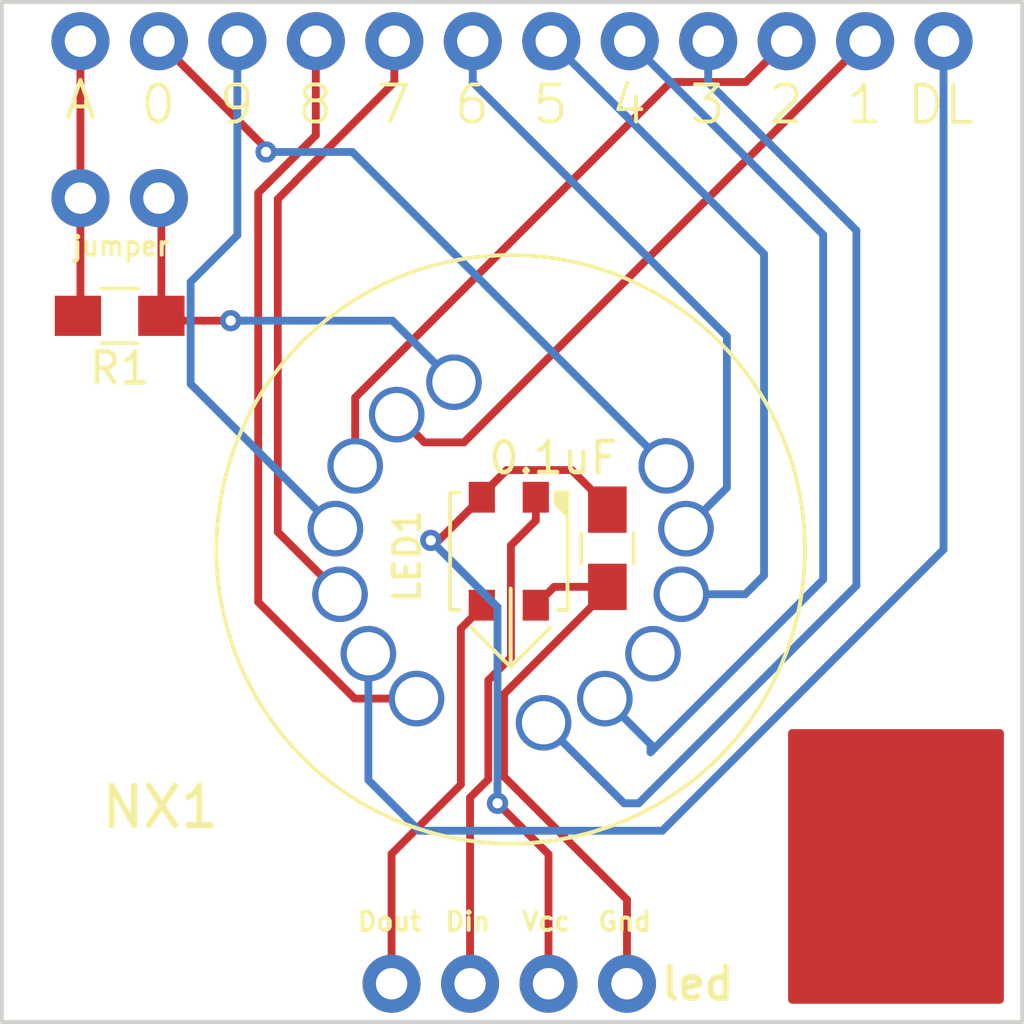
<source format=kicad_pcb>
(kicad_pcb (version 4) (host pcbnew 4.0.6)

  (general
    (links 21)
    (no_connects 4)
    (area 165.124429 104.046323 198.271431 137.193325)
    (thickness 1.6002)
    (drawings 21)
    (tracks 99)
    (zones 0)
    (modules 8)
    (nets 19)
  )

  (page A4)
  (layers
    (0 F.Cu signal)
    (31 B.Cu signal)
    (34 B.Paste user)
    (35 F.Paste user)
    (36 B.SilkS user)
    (37 F.SilkS user)
    (38 B.Mask user)
    (39 F.Mask user)
    (44 Edge.Cuts user)
  )

  (setup
    (last_trace_width 0.254)
    (user_trace_width 0.1524)
    (user_trace_width 0.2)
    (user_trace_width 0.25)
    (user_trace_width 0.3)
    (user_trace_width 0.4)
    (user_trace_width 0.5)
    (user_trace_width 0.6)
    (user_trace_width 0.8)
    (trace_clearance 0.254)
    (zone_clearance 0.1524)
    (zone_45_only no)
    (trace_min 0.1524)
    (segment_width 0.127)
    (edge_width 0.127)
    (via_size 0.6858)
    (via_drill 0.3302)
    (via_min_size 0.6858)
    (via_min_drill 0.3302)
    (uvia_size 0.508)
    (uvia_drill 0.127)
    (uvias_allowed no)
    (uvia_min_size 0.508)
    (uvia_min_drill 0.127)
    (pcb_text_width 0.127)
    (pcb_text_size 0.6 0.6)
    (mod_edge_width 0.127)
    (mod_text_size 0.6 0.6)
    (mod_text_width 0.127)
    (pad_size 1.524 1.524)
    (pad_drill 0.762)
    (pad_to_mask_clearance 0.05)
    (pad_to_paste_clearance -0.04)
    (aux_axis_origin 0 0)
    (visible_elements 7FFFFF7F)
    (pcbplotparams
      (layerselection 0x3ffff_80000001)
      (usegerberextensions true)
      (usegerberattributes true)
      (excludeedgelayer true)
      (linewidth 0.127000)
      (plotframeref false)
      (viasonmask false)
      (mode 1)
      (useauxorigin false)
      (hpglpennumber 1)
      (hpglpenspeed 20)
      (hpglpendiameter 15)
      (hpglpenoverlay 2)
      (psnegative false)
      (psa4output false)
      (plotreference true)
      (plotvalue true)
      (plotinvisibletext false)
      (padsonsilk false)
      (subtractmaskfromsilk false)
      (outputformat 1)
      (mirror false)
      (drillshape 0)
      (scaleselection 1)
      (outputdirectory CAM/))
  )

  (net 0 "")
  (net 1 "Net-(C1-Pad1)")
  (net 2 "Net-(C1-Pad2)")
  (net 3 "Net-(JL1-Pad3)")
  (net 4 "Net-(JL1-Pad4)")
  (net 5 "Net-(JN1-Pad1)")
  (net 6 "Net-(JN1-Pad2)")
  (net 7 "Net-(JN1-Pad3)")
  (net 8 "Net-(JN1-Pad4)")
  (net 9 "Net-(JN1-Pad5)")
  (net 10 "Net-(JN1-Pad6)")
  (net 11 "Net-(JN1-Pad7)")
  (net 12 "Net-(JN1-Pad8)")
  (net 13 "Net-(JN1-Pad9)")
  (net 14 "Net-(JN1-Pad10)")
  (net 15 "Net-(JN1-Pad11)")
  (net 16 "Net-(JN1-Pad12)")
  (net 17 "Net-(JR1-Pad1)")
  (net 18 "Net-(N1-Pad11)")

  (net_class Default "Imperial - this is the standard class"
    (clearance 0.254)
    (trace_width 0.254)
    (via_dia 0.6858)
    (via_drill 0.3302)
    (uvia_dia 0.508)
    (uvia_drill 0.127)
    (add_net "Net-(C1-Pad1)")
    (add_net "Net-(C1-Pad2)")
    (add_net "Net-(JL1-Pad3)")
    (add_net "Net-(JL1-Pad4)")
    (add_net "Net-(JN1-Pad1)")
    (add_net "Net-(JN1-Pad10)")
    (add_net "Net-(JN1-Pad11)")
    (add_net "Net-(JN1-Pad12)")
    (add_net "Net-(JN1-Pad2)")
    (add_net "Net-(JN1-Pad3)")
    (add_net "Net-(JN1-Pad4)")
    (add_net "Net-(JN1-Pad5)")
    (add_net "Net-(JN1-Pad6)")
    (add_net "Net-(JN1-Pad7)")
    (add_net "Net-(JN1-Pad8)")
    (add_net "Net-(JN1-Pad9)")
    (add_net "Net-(JR1-Pad1)")
    (add_net "Net-(N1-Pad11)")
  )

  (net_class 0.2mm ""
    (clearance 0.2)
    (trace_width 0.2)
    (via_dia 0.6858)
    (via_drill 0.3302)
    (uvia_dia 0.508)
    (uvia_drill 0.127)
  )

  (net_class Minimal ""
    (clearance 0.1524)
    (trace_width 0.1524)
    (via_dia 0.6858)
    (via_drill 0.3302)
    (uvia_dia 0.508)
    (uvia_drill 0.127)
  )

  (module Capacitors_SMD:C_0805_HandSoldering (layer F.Cu) (tedit 597378C9) (tstamp 592EAD86)
    (at 184.785 121.793 270)
    (descr "Capacitor SMD 0805, hand soldering")
    (tags "capacitor 0805")
    (path /592C7A4C)
    (attr smd)
    (fp_text reference C1 (at 0 -1.75 270) (layer F.SilkS) hide
      (effects (font (size 1 1) (thickness 0.15)))
    )
    (fp_text value 0.1uF (at -2.921 1.75 360) (layer F.SilkS)
      (effects (font (size 1 1) (thickness 0.15)))
    )
    (fp_text user %R (at 0 -1.75 270) (layer F.Fab)
      (effects (font (size 1 1) (thickness 0.15)))
    )
    (fp_line (start -1 0.62) (end -1 -0.62) (layer F.Fab) (width 0.1))
    (fp_line (start 1 0.62) (end -1 0.62) (layer F.Fab) (width 0.1))
    (fp_line (start 1 -0.62) (end 1 0.62) (layer F.Fab) (width 0.1))
    (fp_line (start -1 -0.62) (end 1 -0.62) (layer F.Fab) (width 0.1))
    (fp_line (start 0.5 -0.85) (end -0.5 -0.85) (layer F.SilkS) (width 0.12))
    (fp_line (start -0.5 0.85) (end 0.5 0.85) (layer F.SilkS) (width 0.12))
    (fp_line (start -2.25 -0.88) (end 2.25 -0.88) (layer F.CrtYd) (width 0.05))
    (fp_line (start -2.25 -0.88) (end -2.25 0.87) (layer F.CrtYd) (width 0.05))
    (fp_line (start 2.25 0.87) (end 2.25 -0.88) (layer F.CrtYd) (width 0.05))
    (fp_line (start 2.25 0.87) (end -2.25 0.87) (layer F.CrtYd) (width 0.05))
    (pad 1 smd rect (at -1.25 0 270) (size 1.5 1.25) (layers F.Cu F.Paste F.Mask)
      (net 1 "Net-(C1-Pad1)"))
    (pad 2 smd rect (at 1.25 0 270) (size 1.5 1.25) (layers F.Cu F.Paste F.Mask)
      (net 2 "Net-(C1-Pad2)"))
    (model Capacitors_SMD.3dshapes/C_0805.wrl
      (at (xyz 0 0 0))
      (scale (xyz 1 1 1))
      (rotate (xyz 0 0 0))
    )
  )

  (module Resistors_SMD:R_0805_HandSoldering (layer F.Cu) (tedit 58E0A804) (tstamp 592EAE0D)
    (at 168.99793 114.269824 180)
    (descr "Resistor SMD 0805, hand soldering")
    (tags "resistor 0805")
    (path /592C7A6F)
    (attr smd)
    (fp_text reference R1 (at 0 -1.7 180) (layer F.SilkS)
      (effects (font (size 1 1) (thickness 0.15)))
    )
    (fp_text value R (at 0 1.75 180) (layer F.Fab)
      (effects (font (size 1 1) (thickness 0.15)))
    )
    (fp_text user %R (at 0 0 180) (layer F.Fab)
      (effects (font (size 0.5 0.5) (thickness 0.075)))
    )
    (fp_line (start -1 0.62) (end -1 -0.62) (layer F.Fab) (width 0.1))
    (fp_line (start 1 0.62) (end -1 0.62) (layer F.Fab) (width 0.1))
    (fp_line (start 1 -0.62) (end 1 0.62) (layer F.Fab) (width 0.1))
    (fp_line (start -1 -0.62) (end 1 -0.62) (layer F.Fab) (width 0.1))
    (fp_line (start 0.6 0.88) (end -0.6 0.88) (layer F.SilkS) (width 0.12))
    (fp_line (start -0.6 -0.88) (end 0.6 -0.88) (layer F.SilkS) (width 0.12))
    (fp_line (start -2.35 -0.9) (end 2.35 -0.9) (layer F.CrtYd) (width 0.05))
    (fp_line (start -2.35 -0.9) (end -2.35 0.9) (layer F.CrtYd) (width 0.05))
    (fp_line (start 2.35 0.9) (end 2.35 -0.9) (layer F.CrtYd) (width 0.05))
    (fp_line (start 2.35 0.9) (end -2.35 0.9) (layer F.CrtYd) (width 0.05))
    (pad 1 smd rect (at -1.35 0 180) (size 1.5 1.3) (layers F.Cu F.Paste F.Mask)
      (net 17 "Net-(JR1-Pad1)"))
    (pad 2 smd rect (at 1.35 0 180) (size 1.5 1.3) (layers F.Cu F.Paste F.Mask)
      (net 16 "Net-(JN1-Pad12)"))
    (model ${KISYS3DMOD}/Resistors_SMD.3dshapes/R_0805.wrl
      (at (xyz 0 0 0))
      (scale (xyz 1 1 1))
      (rotate (xyz 0 0 0))
    )
  )

  (module logos:mermaid_l (layer F.Cu) (tedit 0) (tstamp 592FCD15)
    (at 193.17496 132.09315)
    (fp_text reference G*** (at 0 0) (layer F.SilkS) hide
      (effects (font (thickness 0.3)))
    )
    (fp_text value LOGO (at 0.75 0) (layer F.SilkS) hide
      (effects (font (thickness 0.3)))
    )
    (fp_poly (pts (xy 0.016811 -3.773536) (xy 0.035492 -3.771585) (xy 0.039687 -3.770741) (xy 0.079417 -3.757244)
      (xy 0.111324 -3.737775) (xy 0.124832 -3.725513) (xy 0.142677 -3.704599) (xy 0.153161 -3.684612)
      (xy 0.15793 -3.661447) (xy 0.15875 -3.64097) (xy 0.158058 -3.61993) (xy 0.155124 -3.604749)
      (xy 0.148654 -3.590748) (xy 0.141938 -3.580059) (xy 0.122141 -3.557766) (xy 0.098998 -3.544256)
      (xy 0.074141 -3.539962) (xy 0.049199 -3.545313) (xy 0.036501 -3.55221) (xy 0.025568 -3.560763)
      (xy 0.019906 -3.570026) (xy 0.017449 -3.584153) (xy 0.016932 -3.59157) (xy 0.016648 -3.608477)
      (xy 0.018904 -3.618133) (xy 0.024587 -3.623743) (xy 0.026084 -3.624592) (xy 0.039465 -3.627784)
      (xy 0.050441 -3.626922) (xy 0.059967 -3.622881) (xy 0.061919 -3.615123) (xy 0.060823 -3.608777)
      (xy 0.060289 -3.596153) (xy 0.064906 -3.590901) (xy 0.073078 -3.592235) (xy 0.083211 -3.599369)
      (xy 0.093713 -3.61152) (xy 0.102989 -3.6279) (xy 0.103896 -3.629997) (xy 0.108418 -3.643365)
      (xy 0.108287 -3.6547) (xy 0.103467 -3.669685) (xy 0.087643 -3.698859) (xy 0.064252 -3.721926)
      (xy 0.050164 -3.731216) (xy 0.036916 -3.737802) (xy 0.022748 -3.741623) (xy 0.004134 -3.743365)
      (xy -0.014288 -3.743716) (xy -0.040147 -3.742911) (xy -0.057394 -3.740394) (xy -0.064294 -3.73724)
      (xy -0.073648 -3.731439) (xy -0.077728 -3.730626) (xy -0.088165 -3.726605) (xy -0.102163 -3.716065)
      (xy -0.117406 -3.701291) (xy -0.131579 -3.684564) (xy -0.142367 -3.668169) (xy -0.143717 -3.665542)
      (xy -0.151883 -3.648712) (xy -0.159332 -3.633251) (xy -0.163088 -3.620111) (xy -0.165384 -3.598867)
      (xy -0.16631 -3.568514) (xy -0.166318 -3.553876) (xy -0.166026 -3.5265) (xy -0.165145 -3.506715)
      (xy -0.163111 -3.491529) (xy -0.159359 -3.477949) (xy -0.153324 -3.462983) (xy -0.14625 -3.447521)
      (xy -0.121753 -3.405235) (xy -0.0903 -3.36927) (xy -0.051325 -3.33924) (xy -0.004264 -3.314759)
      (xy 0.051447 -3.295441) (xy 0.089958 -3.28602) (xy 0.119366 -3.282227) (xy 0.156195 -3.281263)
      (xy 0.197719 -3.282946) (xy 0.241212 -3.28709) (xy 0.283951 -3.293513) (xy 0.321687 -3.301638)
      (xy 0.342155 -3.307861) (xy 0.360849 -3.315263) (xy 0.376278 -3.322945) (xy 0.386953 -3.330006)
      (xy 0.391385 -3.335547) (xy 0.388082 -3.338667) (xy 0.383597 -3.339042) (xy 0.373649 -3.342219)
      (xy 0.357833 -3.350734) (xy 0.338335 -3.36306) (xy 0.317344 -3.377673) (xy 0.297047 -3.393046)
      (xy 0.279632 -3.407655) (xy 0.267286 -3.419973) (xy 0.26692 -3.420407) (xy 0.246827 -3.446164)
      (xy 0.232225 -3.469838) (xy 0.221889 -3.494463) (xy 0.214597 -3.523071) (xy 0.209127 -3.558694)
      (xy 0.208269 -3.565849) (xy 0.208225 -3.599519) (xy 0.214696 -3.635439) (xy 0.226608 -3.670269)
      (xy 0.242885 -3.700666) (xy 0.257355 -3.718587) (xy 0.284712 -3.739246) (xy 0.316451 -3.752322)
      (xy 0.350326 -3.757709) (xy 0.384089 -3.755304) (xy 0.415495 -3.745003) (xy 0.441854 -3.727116)
      (xy 0.456743 -3.708989) (xy 0.464158 -3.687733) (xy 0.465666 -3.667574) (xy 0.46447 -3.649678)
      (xy 0.459418 -3.636679) (xy 0.44831 -3.623019) (xy 0.447843 -3.622523) (xy 0.432662 -3.60928)
      (xy 0.418526 -3.60395) (xy 0.413448 -3.603625) (xy 0.394908 -3.608269) (xy 0.381565 -3.620647)
      (xy 0.375782 -3.638431) (xy 0.375708 -3.640833) (xy 0.378805 -3.655072) (xy 0.386689 -3.660815)
      (xy 0.397247 -3.657238) (xy 0.40302 -3.65151) (xy 0.411119 -3.643576) (xy 0.417703 -3.64383)
      (xy 0.420717 -3.645984) (xy 0.426691 -3.656909) (xy 0.428309 -3.673525) (xy 0.425542 -3.691863)
      (xy 0.421138 -3.703294) (xy 0.410709 -3.716673) (xy 0.399156 -3.725521) (xy 0.381042 -3.731036)
      (xy 0.358057 -3.732598) (xy 0.335132 -3.730244) (xy 0.318905 -3.724949) (xy 0.298369 -3.711409)
      (xy 0.278961 -3.693672) (xy 0.264484 -3.675356) (xy 0.26187 -3.670693) (xy 0.258107 -3.658302)
      (xy 0.255508 -3.640465) (xy 0.254155 -3.620218) (xy 0.254128 -3.6006) (xy 0.25551 -3.584648)
      (xy 0.258381 -3.5754) (xy 0.259291 -3.574521) (xy 0.263387 -3.567227) (xy 0.264583 -3.558334)
      (xy 0.266434 -3.54854) (xy 0.269875 -3.545417) (xy 0.274956 -3.541344) (xy 0.275166 -3.539772)
      (xy 0.278369 -3.532005) (xy 0.286651 -3.519125) (xy 0.298022 -3.503894) (xy 0.310492 -3.489074)
      (xy 0.315691 -3.483521) (xy 0.332808 -3.469181) (xy 0.356966 -3.453086) (xy 0.385192 -3.436898)
      (xy 0.41451 -3.422278) (xy 0.441945 -3.410886) (xy 0.451563 -3.407656) (xy 0.513508 -3.39253)
      (xy 0.572008 -3.386659) (xy 0.6285 -3.390216) (xy 0.684423 -3.403376) (xy 0.741216 -3.42631)
      (xy 0.78052 -3.447259) (xy 0.817352 -3.46804) (xy 0.848125 -3.483558) (xy 0.875501 -3.494552)
      (xy 0.902139 -3.501759) (xy 0.9307 -3.505917) (xy 0.963843 -3.507764) (xy 0.999762 -3.50806)
      (xy 1.029829 -3.507596) (xy 1.058475 -3.506543) (xy 1.08289 -3.505047) (xy 1.100268 -3.50325)
      (xy 1.103312 -3.502746) (xy 1.124251 -3.498943) (xy 1.148566 -3.494739) (xy 1.16152 -3.492588)
      (xy 1.183437 -3.488718) (xy 1.205109 -3.484407) (xy 1.21576 -3.482026) (xy 1.242534 -3.475574)
      (xy 1.261268 -3.470981) (xy 1.27422 -3.467665) (xy 1.283649 -3.465044) (xy 1.29181 -3.462534)
      (xy 1.293812 -3.46189) (xy 1.330054 -3.447173) (xy 1.362613 -3.428217) (xy 1.390124 -3.406284)
      (xy 1.411222 -3.382636) (xy 1.42454 -3.358536) (xy 1.428749 -3.337087) (xy 1.430965 -3.31796)
      (xy 1.436932 -3.293293) (xy 1.445634 -3.266996) (xy 1.4496 -3.257021) (xy 1.460028 -3.223921)
      (xy 1.465344 -3.188889) (xy 1.465701 -3.173183) (xy 1.465206 -3.152449) (xy 1.465622 -3.140318)
      (xy 1.467505 -3.134815) (xy 1.471411 -3.133966) (xy 1.476375 -3.135313) (xy 1.485246 -3.136563)
      (xy 1.485546 -3.132317) (xy 1.477379 -3.123141) (xy 1.473497 -3.119686) (xy 1.464568 -3.110292)
      (xy 1.463129 -3.101507) (xy 1.465406 -3.093994) (xy 1.472998 -3.082438) (xy 1.485846 -3.06985)
      (xy 1.491895 -3.065257) (xy 1.507592 -3.051442) (xy 1.513053 -3.038041) (xy 1.508312 -3.023896)
      (xy 1.493572 -3.007997) (xy 1.481954 -2.996879) (xy 1.477871 -2.989625) (xy 1.480148 -2.984092)
      (xy 1.480343 -2.983889) (xy 1.48489 -2.973373) (xy 1.486712 -2.956585) (xy 1.485771 -2.93749)
      (xy 1.482027 -2.920051) (xy 1.481007 -2.917281) (xy 1.468042 -2.883178) (xy 1.459777 -2.85676)
      (xy 1.455764 -2.836468) (xy 1.455208 -2.827306) (xy 1.451635 -2.812089) (xy 1.440656 -2.801224)
      (xy 1.433744 -2.797314) (xy 1.425278 -2.794661) (xy 1.41333 -2.793085) (xy 1.395971 -2.79241)
      (xy 1.371273 -2.792457) (xy 1.349375 -2.792809) (xy 1.31873 -2.793255) (xy 1.296659 -2.793112)
      (xy 1.281157 -2.792186) (xy 1.270221 -2.790279) (xy 1.261849 -2.787196) (xy 1.255447 -2.783626)
      (xy 1.244268 -2.774775) (xy 1.238474 -2.766405) (xy 1.23825 -2.764974) (xy 1.235863 -2.757876)
      (xy 1.233805 -2.756959) (xy 1.229201 -2.752098) (xy 1.223916 -2.739092) (xy 1.218503 -2.720308)
      (xy 1.213515 -2.698112) (xy 1.209506 -2.674871) (xy 1.207028 -2.652951) (xy 1.2065 -2.640132)
      (xy 1.207874 -2.614203) (xy 1.211589 -2.582523) (xy 1.217032 -2.549504) (xy 1.222776 -2.522803)
      (xy 1.235661 -2.473043) (xy 1.247332 -2.433315) (xy 1.257929 -2.403156) (xy 1.259293 -2.399771)
      (xy 1.264013 -2.387513) (xy 1.269636 -2.371955) (xy 1.270086 -2.370667) (xy 1.278721 -2.347809)
      (xy 1.289907 -2.322021) (xy 1.304888 -2.290463) (xy 1.308378 -2.283355) (xy 1.317963 -2.259043)
      (xy 1.323702 -2.234224) (xy 1.325348 -2.211548) (xy 1.322652 -2.19366) (xy 1.317561 -2.184909)
      (xy 1.307186 -2.176016) (xy 1.292853 -2.165074) (xy 1.277255 -2.153968) (xy 1.263087 -2.144581)
      (xy 1.253044 -2.138797) (xy 1.250232 -2.137834) (xy 1.242386 -2.13401) (xy 1.231208 -2.124466)
      (xy 1.219519 -2.11209) (xy 1.21014 -2.099773) (xy 1.206613 -2.093154) (xy 1.204218 -2.073293)
      (xy 1.210459 -2.048342) (xy 1.211685 -2.04523) (xy 1.220793 -2.023791) (xy 1.23213 -1.998543)
      (xy 1.244765 -1.971403) (xy 1.257766 -1.944284) (xy 1.270202 -1.9191) (xy 1.281142 -1.897767)
      (xy 1.289653 -1.882198) (xy 1.294804 -1.874308) (xy 1.294911 -1.874195) (xy 1.300737 -1.866426)
      (xy 1.30175 -1.863411) (xy 1.305702 -1.855954) (xy 1.316422 -1.843726) (xy 1.332206 -1.828296)
      (xy 1.351351 -1.811235) (xy 1.372151 -1.794113) (xy 1.392903 -1.778501) (xy 1.397 -1.775628)
      (xy 1.412481 -1.764474) (xy 1.432822 -1.749179) (xy 1.456251 -1.731147) (xy 1.480994 -1.711783)
      (xy 1.505277 -1.692489) (xy 1.527327 -1.674669) (xy 1.54537 -1.659728) (xy 1.557633 -1.649068)
      (xy 1.561041 -1.645785) (xy 1.566531 -1.641261) (xy 1.577559 -1.632846) (xy 1.584854 -1.62743)
      (xy 1.599074 -1.616479) (xy 1.610642 -1.606732) (xy 1.613958 -1.603563) (xy 1.621166 -1.597319)
      (xy 1.63503 -1.586326) (xy 1.653625 -1.57203) (xy 1.675029 -1.555881) (xy 1.697317 -1.539326)
      (xy 1.718566 -1.523814) (xy 1.736854 -1.510793) (xy 1.740958 -1.507944) (xy 1.75542 -1.497422)
      (xy 1.767734 -1.487559) (xy 1.769672 -1.48584) (xy 1.781335 -1.477351) (xy 1.789516 -1.473434)
      (xy 1.797549 -1.469117) (xy 1.799166 -1.466423) (xy 1.803588 -1.462135) (xy 1.814535 -1.456503)
      (xy 1.817687 -1.455209) (xy 1.829662 -1.449593) (xy 1.835937 -1.444862) (xy 1.836208 -1.4441)
      (xy 1.840779 -1.440501) (xy 1.852852 -1.434525) (xy 1.869967 -1.42737) (xy 1.872824 -1.426267)
      (xy 1.88894 -1.420424) (xy 1.902804 -1.416562) (xy 1.917198 -1.414357) (xy 1.934907 -1.413483)
      (xy 1.958714 -1.413615) (xy 1.977334 -1.414048) (xy 2.011477 -1.415666) (xy 2.050591 -1.418652)
      (xy 2.089221 -1.422539) (xy 2.114726 -1.425785) (xy 2.14488 -1.42989) (xy 2.16751 -1.432256)
      (xy 2.18552 -1.432964) (xy 2.201812 -1.432095) (xy 2.219288 -1.429731) (xy 2.224528 -1.428856)
      (xy 2.245404 -1.424861) (xy 2.257747 -1.421152) (xy 2.263552 -1.416902) (xy 2.264833 -1.412127)
      (xy 2.263508 -1.406717) (xy 2.257986 -1.403732) (xy 2.245944 -1.402491) (xy 2.231409 -1.402292)
      (xy 2.207764 -1.401303) (xy 2.182238 -1.398663) (xy 2.158033 -1.394866) (xy 2.138355 -1.390404)
      (xy 2.12725 -1.386276) (xy 2.123304 -1.383434) (xy 2.123829 -1.381057) (xy 2.130164 -1.378752)
      (xy 2.143652 -1.376125) (xy 2.165634 -1.37278) (xy 2.180166 -1.370725) (xy 2.208747 -1.366286)
      (xy 2.230983 -1.361492) (xy 2.251087 -1.355226) (xy 2.27327 -1.34637) (xy 2.275416 -1.345449)
      (xy 2.291879 -1.337058) (xy 2.307873 -1.326809) (xy 2.32072 -1.316668) (xy 2.327745 -1.308602)
      (xy 2.328333 -1.306591) (xy 2.323743 -1.304335) (xy 2.312281 -1.304011) (xy 2.297402 -1.305252)
      (xy 2.282566 -1.307694) (xy 2.271229 -1.31097) (xy 2.267743 -1.312991) (xy 2.258675 -1.31683)
      (xy 2.251604 -1.317626) (xy 2.239817 -1.320172) (xy 2.234786 -1.323331) (xy 2.225761 -1.326846)
      (xy 2.213884 -1.326984) (xy 2.204136 -1.325219) (xy 2.204029 -1.323129) (xy 2.20927 -1.320799)
      (xy 2.23606 -1.310129) (xy 2.25511 -1.301894) (xy 2.268643 -1.294964) (xy 2.278885 -1.288209)
      (xy 2.287322 -1.281169) (xy 2.296853 -1.2715) (xy 2.301715 -1.264499) (xy 2.301875 -1.263719)
      (xy 2.297454 -1.259587) (xy 2.285098 -1.260225) (xy 2.266162 -1.265338) (xy 2.242005 -1.274631)
      (xy 2.232778 -1.27872) (xy 2.210862 -1.287938) (xy 2.195226 -1.292907) (xy 2.186673 -1.293593)
      (xy 2.186011 -1.289959) (xy 2.194044 -1.28197) (xy 2.19612 -1.28034) (xy 2.207237 -1.273141)
      (xy 2.215319 -1.270118) (xy 2.221801 -1.265714) (xy 2.226876 -1.256324) (xy 2.227791 -1.251047)
      (xy 2.223516 -1.248302) (xy 2.212505 -1.249392) (xy 2.197482 -1.253408) (xy 2.181171 -1.259436)
      (xy 2.166296 -1.266566) (xy 2.15558 -1.273887) (xy 2.153708 -1.275833) (xy 2.146702 -1.280288)
      (xy 2.132687 -1.286789) (xy 2.114695 -1.294037) (xy 2.095756 -1.300732) (xy 2.095124 -1.300937)
      (xy 2.07869 -1.304461) (xy 2.057774 -1.306667) (xy 2.046312 -1.307042) (xy 2.028903 -1.306558)
      (xy 2.018807 -1.304253) (xy 2.012768 -1.298853) (xy 2.009183 -1.29249) (xy 2.005287 -1.278785)
      (xy 2.008579 -1.265874) (xy 2.019902 -1.252443) (xy 2.040101 -1.237179) (xy 2.048014 -1.232048)
      (xy 2.069352 -1.218173) (xy 2.083328 -1.207722) (xy 2.091758 -1.198848) (xy 2.096459 -1.189706)
      (xy 2.098878 -1.180349) (xy 2.099775 -1.168122) (xy 2.095521 -1.163627) (xy 2.094838 -1.16354)
      (xy 2.077123 -1.165005) (xy 2.064663 -1.173081) (xy 2.054291 -1.180457) (xy 2.036679 -1.190046)
      (xy 2.014573 -1.20055) (xy 1.990717 -1.210671) (xy 1.967857 -1.219114) (xy 1.965854 -1.219776)
      (xy 1.928101 -1.233609) (xy 1.898307 -1.248381) (xy 1.87387 -1.26573) (xy 1.852189 -1.287294)
      (xy 1.844908 -1.29597) (xy 1.82922 -1.314316) (xy 1.813605 -1.330793) (xy 1.80082 -1.342542)
      (xy 1.797992 -1.344686) (xy 1.786309 -1.353213) (xy 1.778836 -1.359346) (xy 1.778 -1.360236)
      (xy 1.771224 -1.365606) (xy 1.75693 -1.374794) (xy 1.736985 -1.386729) (xy 1.713259 -1.400343)
      (xy 1.687619 -1.414565) (xy 1.661936 -1.428326) (xy 1.638076 -1.440557) (xy 1.635125 -1.442019)
      (xy 1.587553 -1.46584) (xy 1.546283 -1.487396) (xy 1.507857 -1.50852) (xy 1.481666 -1.52353)
      (xy 1.464862 -1.532936) (xy 1.450648 -1.540248) (xy 1.443302 -1.543429) (xy 1.435482 -1.548118)
      (xy 1.434041 -1.551076) (xy 1.429946 -1.555562) (xy 1.42835 -1.55575) (xy 1.421455 -1.558368)
      (xy 1.407463 -1.565519) (xy 1.388265 -1.576151) (xy 1.365753 -1.589212) (xy 1.341819 -1.60365)
      (xy 1.338081 -1.605957) (xy 1.328838 -1.611626) (xy 1.314356 -1.620452) (xy 1.303686 -1.626934)
      (xy 1.289183 -1.635949) (xy 1.278713 -1.64286) (xy 1.275291 -1.645485) (xy 1.269816 -1.650117)
      (xy 1.258818 -1.65865) (xy 1.251479 -1.66417) (xy 1.234056 -1.677274) (xy 1.220686 -1.687881)
      (xy 1.208649 -1.698391) (xy 1.195222 -1.711206) (xy 1.177684 -1.728725) (xy 1.173427 -1.733021)
      (xy 1.154691 -1.753203) (xy 1.136473 -1.774958) (xy 1.121826 -1.794574) (xy 1.117957 -1.80049)
      (xy 1.107458 -1.815879) (xy 1.098096 -1.826821) (xy 1.091977 -1.830917) (xy 1.085418 -1.828569)
      (xy 1.084785 -1.826948) (xy 1.081627 -1.820717) (xy 1.073818 -1.810294) (xy 1.071556 -1.807605)
      (xy 1.063024 -1.796859) (xy 1.058535 -1.789598) (xy 1.058333 -1.788759) (xy 1.055116 -1.78268)
      (xy 1.048847 -1.77503) (xy 1.038358 -1.760344) (xy 1.026121 -1.737991) (xy 1.013216 -1.710506)
      (xy 1.00072 -1.680421) (xy 0.989714 -1.650268) (xy 0.981275 -1.622581) (xy 0.977986 -1.608667)
      (xy 0.968972 -1.562362) (xy 0.962328 -1.523365) (xy 0.95779 -1.488735) (xy 0.955093 -1.45553)
      (xy 0.953972 -1.420809) (xy 0.954162 -1.38163) (xy 0.954874 -1.352021) (xy 0.955956 -1.318336)
      (xy 0.957154 -1.287144) (xy 0.958377 -1.260422) (xy 0.959534 -1.240144) (xy 0.960534 -1.228284)
      (xy 0.960617 -1.227667) (xy 0.961429 -1.217554) (xy 0.962358 -1.198447) (xy 0.96335 -1.171939)
      (xy 0.964353 -1.139617) (xy 0.96531 -1.103071) (xy 0.96617 -1.063891) (xy 0.966176 -1.063625)
      (xy 0.966988 -1.016579) (xy 0.967314 -0.977779) (xy 0.967075 -0.9449) (xy 0.96619 -0.915612)
      (xy 0.964579 -0.887587) (xy 0.962164 -0.858498) (xy 0.958863 -0.826017) (xy 0.95765 -0.814917)
      (xy 0.951084 -0.75682) (xy 0.945176 -0.707679) (xy 0.939682 -0.665903) (xy 0.934356 -0.629902)
      (xy 0.928956 -0.598088) (xy 0.923235 -0.56887) (xy 0.916949 -0.54066) (xy 0.912885 -0.523875)
      (xy 0.906794 -0.498662) (xy 0.901413 -0.475129) (xy 0.897462 -0.456489) (xy 0.895973 -0.44834)
      (xy 0.892856 -0.434708) (xy 0.889085 -0.426281) (xy 0.888285 -0.425538) (xy 0.884592 -0.418555)
      (xy 0.883669 -0.411115) (xy 0.882028 -0.401383) (xy 0.877635 -0.38436) (xy 0.871226 -0.362746)
      (xy 0.866028 -0.346605) (xy 0.857767 -0.321534) (xy 0.84996 -0.297435) (xy 0.843739 -0.277819)
      (xy 0.841302 -0.269875) (xy 0.836378 -0.25453) (xy 0.832191 -0.243342) (xy 0.830942 -0.240771)
      (xy 0.827336 -0.232696) (xy 0.822295 -0.21902) (xy 0.820702 -0.214313) (xy 0.81395 -0.195276)
      (xy 0.806669 -0.176625) (xy 0.80583 -0.174625) (xy 0.798972 -0.158321) (xy 0.792944 -0.14374)
      (xy 0.792593 -0.142875) (xy 0.786649 -0.129107) (xy 0.782549 -0.120458) (xy 0.778574 -0.110063)
      (xy 0.777875 -0.105842) (xy 0.775639 -0.099184) (xy 0.769428 -0.084596) (xy 0.759982 -0.063622)
      (xy 0.748042 -0.037806) (xy 0.734349 -0.008691) (xy 0.719644 0.022178) (xy 0.704668 0.053257)
      (xy 0.690162 0.083002) (xy 0.676867 0.10987) (xy 0.665523 0.132316) (xy 0.656873 0.148797)
      (xy 0.651656 0.157769) (xy 0.650888 0.15875) (xy 0.64704 0.164585) (xy 0.640139 0.176579)
      (xy 0.635415 0.185208) (xy 0.622667 0.207639) (xy 0.605809 0.235506) (xy 0.586295 0.266573)
      (xy 0.565581 0.298607) (xy 0.545121 0.329373) (xy 0.52637 0.356639) (xy 0.510784 0.378168)
      (xy 0.504464 0.386291) (xy 0.49882 0.393433) (xy 0.48822 0.406992) (xy 0.474188 0.425014)
      (xy 0.458423 0.445321) (xy 0.386268 0.531586) (xy 0.305323 0.615902) (xy 0.217382 0.696433)
      (xy 0.193138 0.716902) (xy 0.177764 0.729736) (xy 0.165728 0.739925) (xy 0.159212 0.745619)
      (xy 0.15875 0.74607) (xy 0.15364 0.750212) (xy 0.141905 0.75919) (xy 0.125441 0.771566)
      (xy 0.111125 0.782215) (xy 0.091503 0.796811) (xy 0.074346 0.809688) (xy 0.061903 0.819151)
      (xy 0.057234 0.822811) (xy 0.046348 0.830914) (xy 0.033422 0.839659) (xy 0.019429 0.849492)
      (xy 0.008262 0.85853) (xy -0.00115 0.865562) (xy -0.006772 0.867833) (xy -0.013177 0.871028)
      (xy -0.024494 0.879231) (xy -0.033185 0.886354) (xy -0.046046 0.896711) (xy -0.055853 0.903433)
      (xy -0.059243 0.904875) (xy -0.065136 0.907527) (xy -0.076973 0.9143) (xy -0.09191 0.923419)
      (xy -0.107104 0.933106) (xy -0.119711 0.941585) (xy -0.126887 0.947081) (xy -0.127 0.947193)
      (xy -0.133129 0.951521) (xy -0.142875 0.957378) (xy -0.152011 0.962765) (xy -0.168175 0.972485)
      (xy -0.189376 0.985333) (xy -0.213623 1.000104) (xy -0.223801 1.006326) (xy -0.247553 1.020777)
      (xy -0.267952 1.033032) (xy -0.283378 1.04213) (xy -0.292207 1.047106) (xy -0.293632 1.04775)
      (xy -0.298902 1.050229) (xy -0.310818 1.056768) (xy -0.326931 1.066017) (xy -0.328991 1.067222)
      (xy -0.356603 1.083148) (xy -0.386048 1.099703) (xy -0.414493 1.115327) (xy -0.439106 1.128464)
      (xy -0.455084 1.136599) (xy -0.467632 1.14309) (xy -0.475484 1.147821) (xy -0.47625 1.148468)
      (xy -0.481786 1.151903) (xy -0.494692 1.158989) (xy -0.512891 1.168607) (xy -0.529167 1.177013)
      (xy -0.578322 1.202179) (xy -0.622845 1.225001) (xy -0.661951 1.245075) (xy -0.694854 1.261998)
      (xy -0.720769 1.275365) (xy -0.73891 1.284772) (xy -0.748492 1.289816) (xy -0.748968 1.290075)
      (xy -0.758048 1.294813) (xy -0.773987 1.302904) (xy -0.794153 1.313017) (xy -0.80698 1.3194)
      (xy -0.881231 1.35675) (xy -0.94652 1.390707) (xy -1.003734 1.421745) (xy -1.05376 1.450342)
      (xy -1.076855 1.464177) (xy -1.090458 1.471801) (xy -1.098021 1.475597) (xy -1.105412 1.479911)
      (xy -1.119579 1.488876) (xy -1.138874 1.501392) (xy -1.161647 1.516359) (xy -1.18625 1.532677)
      (xy -1.211035 1.549246) (xy -1.234352 1.564966) (xy -1.254552 1.578737) (xy -1.269988 1.58946)
      (xy -1.279009 1.596033) (xy -1.280584 1.5974) (xy -1.28583 1.602217) (xy -1.296881 1.611472)
      (xy -1.309688 1.621833) (xy -1.369914 1.675393) (xy -1.421218 1.732685) (xy -1.463288 1.79318)
      (xy -1.495811 1.856346) (xy -1.518476 1.921651) (xy -1.530971 1.988566) (xy -1.532115 2.00072)
      (xy -1.533533 2.021291) (xy -1.533389 2.03401) (xy -1.531178 2.041555) (xy -1.526396 2.046606)
      (xy -1.523028 2.048937) (xy -1.508982 2.055507) (xy -1.492365 2.060056) (xy -1.492229 2.060079)
      (xy -1.452691 2.067475) (xy -1.418964 2.075738) (xy -1.394355 2.083271) (xy -1.372487 2.090356)
      (xy -1.346337 2.098616) (xy -1.322917 2.10585) (xy -1.302468 2.112199) (xy -1.284909 2.117877)
      (xy -1.273608 2.12179) (xy -1.272646 2.122164) (xy -1.262724 2.125949) (xy -1.246121 2.132103)
      (xy -1.226116 2.139411) (xy -1.222375 2.140766) (xy -1.203039 2.148094) (xy -1.187481 2.154598)
      (xy -1.178496 2.159093) (xy -1.177661 2.159711) (xy -1.168071 2.163984) (xy -1.164987 2.164291)
      (xy -1.156849 2.166561) (xy -1.141251 2.172762) (xy -1.120145 2.181983) (xy -1.095482 2.193313)
      (xy -1.069213 2.20584) (xy -1.043289 2.218653) (xy -1.019661 2.230841) (xy -1.002771 2.240067)
      (xy -0.979183 2.253619) (xy -0.954406 2.268128) (xy -0.930964 2.28209) (xy -0.911386 2.293997)
      (xy -0.898196 2.302344) (xy -0.897227 2.302991) (xy -0.84537 2.340492) (xy -0.792658 2.383257)
      (xy -0.741528 2.42907) (xy -0.694416 2.475712) (xy -0.653759 2.520968) (xy -0.642579 2.534708)
      (xy -0.628634 2.552018) (xy -0.616971 2.565902) (xy -0.609232 2.574434) (xy -0.607219 2.576159)
      (xy -0.603295 2.582213) (xy -0.60325 2.582995) (xy -0.599953 2.59017) (xy -0.592419 2.599694)
      (xy -0.584795 2.609595) (xy -0.573492 2.626331) (xy -0.559985 2.647494) (xy -0.545751 2.670677)
      (xy -0.532266 2.693472) (xy -0.521004 2.713471) (xy -0.513442 2.728265) (xy -0.512956 2.729342)
      (xy -0.506925 2.740667) (xy -0.501953 2.746251) (xy -0.501417 2.746375) (xy -0.497764 2.750622)
      (xy -0.497417 2.753524) (xy -0.495063 2.76201) (xy -0.489037 2.775934) (xy -0.484188 2.785554)
      (xy -0.476676 2.800966) (xy -0.471883 2.81327) (xy -0.470959 2.817651) (xy -0.468504 2.82541)
      (xy -0.46699 2.826631) (xy -0.463351 2.832354) (xy -0.457475 2.846051) (xy -0.450118 2.865545)
      (xy -0.442034 2.888659) (xy -0.433976 2.913215) (xy -0.4267 2.937036) (xy -0.420958 2.957944)
      (xy -0.419645 2.963333) (xy -0.414816 2.982772) (xy -0.410227 2.999259) (xy -0.40721 3.008312)
      (xy -0.403349 3.020934) (xy -0.400065 3.036847) (xy -0.399977 3.037416) (xy -0.397973 3.049953)
      (xy -0.394675 3.070065) (xy -0.390554 3.094892) (xy -0.386442 3.119437) (xy -0.382507 3.145522)
      (xy -0.379552 3.172135) (xy -0.377442 3.20146) (xy -0.376041 3.23568) (xy -0.375217 3.276977)
      (xy -0.374941 3.306237) (xy -0.374907 3.341428) (xy -0.375253 3.373114) (xy -0.375932 3.399753)
      (xy -0.376895 3.4198) (xy -0.378095 3.431711) (xy -0.378888 3.43429) (xy -0.385103 3.433466)
      (xy -0.398593 3.427213) (xy -0.41801 3.416235) (xy -0.441209 3.401752) (xy -0.483878 3.374892)
      (xy -0.526415 3.34985) (xy -0.571041 3.325433) (xy -0.619976 3.30045) (xy -0.67544 3.27371)
      (xy -0.709084 3.258031) (xy -0.744498 3.241758) (xy -0.773275 3.228687) (xy -0.794644 3.21916)
      (xy -0.807839 3.213522) (xy -0.812017 3.212041) (xy -0.817473 3.210007) (xy -0.830202 3.204577)
      (xy -0.847855 3.196764) (xy -0.855541 3.193302) (xy -0.87586 3.184131) (xy -0.893504 3.176218)
      (xy -0.905456 3.170914) (xy -0.907521 3.170016) (xy -0.918356 3.165316) (xy -0.934412 3.158299)
      (xy -0.944563 3.153846) (xy -0.976212 3.140021) (xy -0.999364 3.130101) (xy -1.015151 3.123604)
      (xy -1.018646 3.12224) (xy -1.034695 3.115354) (xy -1.057193 3.104752) (xy -1.083338 3.091857)
      (xy -1.110325 3.078089) (xy -1.135352 3.064868) (xy -1.155614 3.053616) (xy -1.164167 3.048495)
      (xy -1.18064 3.036718) (xy -1.199817 3.020816) (xy -1.220061 3.002427) (xy -1.239737 2.983188)
      (xy -1.257209 2.964736) (xy -1.27084 2.948708) (xy -1.278994 2.936743) (xy -1.280584 2.931984)
      (xy -1.284494 2.925639) (xy -1.284991 2.925409) (xy -1.290019 2.9202) (xy -1.298403 2.9087)
      (xy -1.308276 2.893826) (xy -1.317775 2.878494) (xy -1.325035 2.865619) (xy -1.32819 2.858117)
      (xy -1.328209 2.857838) (xy -1.332 2.851529) (xy -1.332427 2.851326) (xy -1.337013 2.84591)
      (xy -1.344025 2.834059) (xy -1.348297 2.82575) (xy -1.354863 2.813311) (xy -1.359169 2.807024)
      (xy -1.360124 2.807229) (xy -1.360267 2.814002) (xy -1.360556 2.829563) (xy -1.360961 2.852114)
      (xy -1.361448 2.879861) (xy -1.36193 2.90777) (xy -1.363484 2.959059) (xy -1.366614 3.002125)
      (xy -1.371909 3.039285) (xy -1.379955 3.072855) (xy -1.391341 3.105149) (xy -1.406655 3.138482)
      (xy -1.426484 3.175172) (xy -1.432473 3.185583) (xy -1.441516 3.200851) (xy -1.454792 3.222887)
      (xy -1.470945 3.249473) (xy -1.488616 3.278392) (xy -1.506447 3.307427) (xy -1.523079 3.334361)
      (xy -1.537156 3.356975) (xy -1.546782 3.372217) (xy -1.556574 3.387882) (xy -1.563588 3.399817)
      (xy -1.566333 3.405482) (xy -1.566334 3.405513) (xy -1.569332 3.411428) (xy -1.571875 3.414671)
      (xy -1.578955 3.424037) (xy -1.58836 3.437955) (xy -1.598309 3.453578) (xy -1.607021 3.468061)
      (xy -1.612717 3.478559) (xy -1.613959 3.481937) (xy -1.617841 3.488012) (xy -1.618012 3.48809)
      (xy -1.62267 3.49336) (xy -1.6306 3.505128) (xy -1.640113 3.520543) (xy -1.649522 3.536754)
      (xy -1.657137 3.550911) (xy -1.661271 3.560162) (xy -1.661584 3.56167) (xy -1.66483 3.566534)
      (xy -1.665553 3.566624) (xy -1.670608 3.570852) (xy -1.67527 3.57853) (xy -1.6797 3.587499)
      (xy -1.687831 3.603801) (xy -1.698602 3.625313) (xy -1.710953 3.649918) (xy -1.714283 3.656541)
      (xy -1.728714 3.685357) (xy -1.739369 3.707018) (xy -1.747301 3.723791) (xy -1.753561 3.73794)
      (xy -1.759201 3.751728) (xy -1.762834 3.761052) (xy -1.768776 3.776191) (xy -1.77226 3.784864)
      (xy -1.776532 3.796565) (xy -1.782292 3.813799) (xy -1.786124 3.825875) (xy -1.794107 3.850123)
      (xy -1.800605 3.864974) (xy -1.806629 3.871317) (xy -1.813196 3.870039) (xy -1.821317 3.862026)
      (xy -1.823851 3.858896) (xy -1.834996 3.845041) (xy -1.845018 3.832935) (xy -1.860304 3.814747)
      (xy -1.871524 3.80089) (xy -1.881557 3.787711) (xy -1.892096 3.773209) (xy -1.901907 3.758672)
      (xy -1.908513 3.747198) (xy -1.910292 3.74234) (xy -1.913744 3.735549) (xy -1.9147 3.735034)
      (xy -1.920879 3.728832) (xy -1.93058 3.714612) (xy -1.942942 3.693993) (xy -1.957108 3.668592)
      (xy -1.972218 3.640026) (xy -1.987415 3.609913) (xy -2.001841 3.579871) (xy -2.014636 3.551517)
      (xy -2.02375 3.529541) (xy -2.030337 3.513335) (xy -2.036097 3.500143) (xy -2.037835 3.49654)
      (xy -2.041998 3.483106) (xy -2.042584 3.477009) (xy -2.044998 3.466849) (xy -2.047875 3.463395)
      (xy -2.052009 3.456083) (xy -2.053167 3.44752) (xy -2.054935 3.436601) (xy -2.057874 3.432007)
      (xy -2.06186 3.425217) (xy -2.065111 3.412716) (xy -2.06525 3.411851) (xy -2.068334 3.396797)
      (xy -2.073297 3.37719) (xy -2.076624 3.3655) (xy -2.081421 3.348705) (xy -2.085851 3.331208)
      (xy -2.090465 3.310549) (xy -2.095814 3.284268) (xy -2.102103 3.251729) (xy -2.104118 3.235184)
      (xy -2.105738 3.210034) (xy -2.106964 3.178127) (xy -2.107796 3.141317) (xy -2.108236 3.101454)
      (xy -2.108284 3.060389) (xy -2.107942 3.019973) (xy -2.10721 2.982059) (xy -2.10609 2.948496)
      (xy -2.104582 2.921137) (xy -2.102689 2.901833) (xy -2.101907 2.897187) (xy -2.097408 2.875018)
      (xy -2.092897 2.852736) (xy -2.090653 2.841625) (xy -2.086154 2.822216) (xy -2.080107 2.799624)
      (xy -2.076886 2.788708) (xy -2.071304 2.769055) (xy -2.066835 2.750617) (xy -2.06525 2.742357)
      (xy -2.062104 2.729658) (xy -2.058113 2.722367) (xy -2.057874 2.722201) (xy -2.054205 2.715199)
      (xy -2.053167 2.706687) (xy -2.05117 2.695606) (xy -2.047875 2.690812) (xy -2.043441 2.683353)
      (xy -2.042584 2.677199) (xy -2.040167 2.663351) (xy -2.037938 2.657667) (xy -2.028974 2.638529)
      (xy -2.021574 2.620201) (xy -2.016995 2.605971) (xy -2.016125 2.600674) (xy -2.013211 2.593748)
      (xy -2.010834 2.592916) (xy -2.005838 2.588784) (xy -2.005542 2.586757) (xy -2.003029 2.576598)
      (xy -1.996034 2.558966) (xy -1.985376 2.535552) (xy -1.971874 2.508043) (xy -1.956348 2.478128)
      (xy -1.939615 2.447495) (xy -1.928989 2.428875) (xy -1.917739 2.409493) (xy -1.907325 2.391511)
      (xy -1.899972 2.378766) (xy -1.899878 2.378604) (xy -1.893802 2.368895) (xy -1.883596 2.35347)
      (xy -1.870613 2.334284) (xy -1.856206 2.313291) (xy -1.841728 2.292446) (xy -1.828532 2.273702)
      (xy -1.817969 2.259015) (xy -1.811394 2.250337) (xy -1.810149 2.248958) (xy -1.805415 2.243477)
      (xy -1.79682 2.232467) (xy -1.79131 2.225145) (xy -1.770344 2.198459) (xy -1.747083 2.172196)
      (xy -1.730055 2.154423) (xy -1.712724 2.135815) (xy -1.701877 2.120706) (xy -1.696021 2.105635)
      (xy -1.693663 2.087143) (xy -1.693294 2.069187) (xy -1.691985 2.037889) (xy -1.688457 2.002483)
      (xy -1.683224 1.966327) (xy -1.6768 1.932777) (xy -1.669697 1.905193) (xy -1.666961 1.897062)
      (xy -1.662846 1.885204) (xy -1.657579 1.869155) (xy -1.656354 1.865312) (xy -1.651279 1.851164)
      (xy -1.643761 1.832422) (xy -1.634898 1.811569) (xy -1.62579 1.791087) (xy -1.617537 1.773458)
      (xy -1.611237 1.761167) (xy -1.608328 1.756833) (xy -1.603622 1.750578) (xy -1.598123 1.740958)
      (xy -1.589342 1.72555) (xy -1.577322 1.706415) (xy -1.564213 1.686774) (xy -1.552167 1.669852)
      (xy -1.543395 1.658937) (xy -1.533701 1.647808) (xy -1.522115 1.633534) (xy -1.519492 1.630166)
      (xy -1.508995 1.617837) (xy -1.49282 1.600341) (xy -1.47301 1.579751) (xy -1.451607 1.558137)
      (xy -1.430655 1.537571) (xy -1.412197 1.520124) (xy -1.401731 1.51077) (xy -1.357403 1.473157)
      (xy -1.318621 1.441319) (xy -1.283358 1.413642) (xy -1.249585 1.38851) (xy -1.235605 1.378502)
      (xy -1.217641 1.365669) (xy -1.202341 1.354536) (xy -1.192293 1.346995) (xy -1.190625 1.345662)
      (xy -1.183402 1.340435) (xy -1.169185 1.33075) (xy -1.149876 1.317883) (xy -1.127377 1.303113)
      (xy -1.121834 1.299504) (xy -1.099035 1.284586) (xy -1.079146 1.271389) (xy -1.06401 1.261148)
      (xy -1.05547 1.255099) (xy -1.054588 1.254392) (xy -1.047619 1.249468) (xy -1.045761 1.248833)
      (xy -1.040676 1.246146) (xy -1.028295 1.238745) (xy -1.010238 1.227621) (xy -0.988122 1.213767)
      (xy -0.976637 1.2065) (xy -0.952911 1.191648) (xy -0.932191 1.179074) (xy -0.916177 1.169778)
      (xy -0.90657 1.164761) (xy -0.904767 1.164166) (xy -0.899734 1.160136) (xy -0.899584 1.158875)
      (xy -0.895597 1.153736) (xy -0.894346 1.153583) (xy -0.887735 1.150891) (xy -0.874734 1.143728)
      (xy -0.857782 1.133462) (xy -0.851959 1.12977) (xy -0.834261 1.118806) (xy -0.819739 1.110508)
      (xy -0.810832 1.106246) (xy -0.809571 1.105958) (xy -0.804486 1.101929) (xy -0.804334 1.100666)
      (xy -0.800255 1.095592) (xy -0.798646 1.095375) (xy -0.791821 1.09266) (xy -0.778679 1.085443)
      (xy -0.761693 1.075108) (xy -0.756148 1.071562) (xy -0.738568 1.060567) (xy -0.724176 1.05226)
      (xy -0.715403 1.048021) (xy -0.71421 1.04775) (xy -0.709232 1.043718) (xy -0.709084 1.042458)
      (xy -0.704956 1.037455) (xy -0.702969 1.037166) (xy -0.695181 1.034173) (xy -0.683284 1.026712)
      (xy -0.679509 1.023937) (xy -0.668048 1.015672) (xy -0.660434 1.011056) (xy -0.659331 1.010708)
      (xy -0.653835 1.007882) (xy -0.641094 1.000045) (xy -0.6226 0.988159) (xy -0.599846 0.973185)
      (xy -0.574324 0.956086) (xy -0.569023 0.9525) (xy -0.557684 0.944904) (xy -0.542121 0.934585)
      (xy -0.53398 0.929219) (xy -0.520479 0.919753) (xy -0.511223 0.912158) (xy -0.508882 0.909375)
      (xy -0.502806 0.905063) (xy -0.500945 0.904868) (xy -0.493268 0.901638) (xy -0.481934 0.89363)
      (xy -0.478896 0.891087) (xy -0.464832 0.879737) (xy -0.447329 0.866715) (xy -0.439209 0.861015)
      (xy -0.425484 0.851373) (xy -0.415678 0.844018) (xy -0.41275 0.841444) (xy -0.407253 0.836619)
      (xy -0.396216 0.827997) (xy -0.388973 0.822574) (xy -0.341604 0.784681) (xy -0.290518 0.738376)
      (xy -0.236734 0.68471) (xy -0.18127 0.624736) (xy -0.125146 0.559505) (xy -0.079249 0.502708)
      (xy -0.062944 0.482084) (xy -0.048225 0.463696) (xy -0.036765 0.449621) (xy -0.030459 0.442179)
      (xy -0.023368 0.431882) (xy -0.021167 0.424981) (xy -0.018643 0.418596) (xy -0.017024 0.418041)
      (xy -0.012737 0.413871) (xy -0.003884 0.402445) (xy 0.008345 0.385385) (xy 0.02276 0.364315)
      (xy 0.026632 0.35851) (xy 0.041431 0.336511) (xy 0.054315 0.317912) (xy 0.064091 0.304396)
      (xy 0.069565 0.297645) (xy 0.070114 0.297215) (xy 0.074035 0.291159) (xy 0.074083 0.290346)
      (xy 0.076736 0.283466) (xy 0.083632 0.270748) (xy 0.091547 0.257714) (xy 0.102346 0.239365)
      (xy 0.115584 0.21485) (xy 0.130278 0.186213) (xy 0.145448 0.155497) (xy 0.16011 0.124745)
      (xy 0.173285 0.096002) (xy 0.18399 0.07131) (xy 0.191243 0.052712) (xy 0.193484 0.045513)
      (xy 0.197682 0.034152) (xy 0.201669 0.028741) (xy 0.205337 0.021741) (xy 0.206375 0.013229)
      (xy 0.208372 0.002148) (xy 0.211666 -0.002646) (xy 0.2158 -0.009959) (xy 0.216958 -0.018521)
      (xy 0.218707 -0.029427) (xy 0.221618 -0.034006) (xy 0.226345 -0.040984) (xy 0.228918 -0.04887)
      (xy 0.231739 -0.060368) (xy 0.236316 -0.077762) (xy 0.240367 -0.092605) (xy 0.247231 -0.117947)
      (xy 0.252872 -0.140561) (xy 0.257696 -0.162643) (xy 0.262109 -0.186386) (xy 0.26652 -0.213986)
      (xy 0.271334 -0.247637) (xy 0.276959 -0.289534) (xy 0.277158 -0.291042) (xy 0.279143 -0.307953)
      (xy 0.280721 -0.326151) (xy 0.281912 -0.346792) (xy 0.282732 -0.371028) (xy 0.283201 -0.400014)
      (xy 0.283335 -0.434902) (xy 0.283155 -0.476848) (xy 0.282677 -0.527004) (xy 0.281919 -0.586524)
      (xy 0.281871 -0.590021) (xy 0.280817 -0.668263) (xy 0.279976 -0.736714) (xy 0.279351 -0.796164)
      (xy 0.27895 -0.847403) (xy 0.278775 -0.891222) (xy 0.278833 -0.928411) (xy 0.27913 -0.95976)
      (xy 0.279669 -0.98606) (xy 0.280456 -1.008101) (xy 0.281497 -1.026673) (xy 0.282796 -1.042566)
      (xy 0.284358 -1.05657) (xy 0.284942 -1.06098) (xy 0.297069 -1.131924) (xy 0.313618 -1.197918)
      (xy 0.335296 -1.260302) (xy 0.362808 -1.320418) (xy 0.396861 -1.379608) (xy 0.438161 -1.439214)
      (xy 0.487415 -1.500576) (xy 0.54533 -1.565038) (xy 0.556622 -1.576962) (xy 0.571889 -1.593799)
      (xy 0.588801 -1.613773) (xy 0.605779 -1.634854) (xy 0.621245 -1.655014) (xy 0.633622 -1.672222)
      (xy 0.64133 -1.68445) (xy 0.642883 -1.687872) (xy 0.647632 -1.696514) (xy 0.651231 -1.698625)
      (xy 0.655904 -1.702758) (xy 0.656166 -1.704713) (xy 0.658273 -1.712465) (xy 0.663743 -1.726431)
      (xy 0.66995 -1.740431) (xy 0.679445 -1.760986) (xy 0.686351 -1.776958) (xy 0.691404 -1.790974)
      (xy 0.695338 -1.805658) (xy 0.698888 -1.823636) (xy 0.702789 -1.847531) (xy 0.706279 -1.870204)
      (xy 0.708109 -1.886353) (xy 0.709859 -1.90944) (xy 0.711482 -1.937742) (xy 0.712929 -1.969535)
      (xy 0.714153 -2.003095) (xy 0.715105 -2.036697) (xy 0.715739 -2.068617) (xy 0.716006 -2.097132)
      (xy 0.715859 -2.120517) (xy 0.715249 -2.137049) (xy 0.714129 -2.145003) (xy 0.713908 -2.145356)
      (xy 0.708768 -2.143798) (xy 0.698741 -2.136854) (xy 0.692988 -2.132102) (xy 0.677752 -2.11919)
      (xy 0.662807 -2.106979) (xy 0.659722 -2.104542) (xy 0.644712 -2.09195) (xy 0.6254 -2.074498)
      (xy 0.603554 -2.053924) (xy 0.58094 -2.031963) (xy 0.559323 -2.010354) (xy 0.540471 -1.990833)
      (xy 0.526149 -1.975137) (xy 0.518687 -1.965855) (xy 0.508099 -1.948803) (xy 0.494021 -1.923387)
      (xy 0.476268 -1.889251) (xy 0.454654 -1.846039) (xy 0.434343 -1.804459) (xy 0.423109 -1.781725)
      (xy 0.411978 -1.759961) (xy 0.402815 -1.742792) (xy 0.400288 -1.738313) (xy 0.389828 -1.720095)
      (xy 0.378311 -1.699797) (xy 0.374676 -1.693334) (xy 0.363842 -1.674062) (xy 0.352669 -1.654273)
      (xy 0.349314 -1.648355) (xy 0.335039 -1.622699) (xy 0.319232 -1.593434) (xy 0.302642 -1.562044)
      (xy 0.286023 -1.530012) (xy 0.270125 -1.498822) (xy 0.255699 -1.469959) (xy 0.243498 -1.444906)
      (xy 0.234271 -1.425146) (xy 0.228772 -1.412164) (xy 0.227541 -1.407866) (xy 0.225306 -1.398602)
      (xy 0.222867 -1.39296) (xy 0.201376 -1.339348) (xy 0.189951 -1.283412) (xy 0.188752 -1.226398)
      (xy 0.195385 -1.18029) (xy 0.2022 -1.13901) (xy 0.205842 -1.093859) (xy 0.206289 -1.048238)
      (xy 0.20352 -1.005548) (xy 0.197512 -0.969191) (xy 0.196747 -0.966088) (xy 0.191333 -0.947758)
      (xy 0.1859 -0.933965) (xy 0.18156 -0.9275) (xy 0.181303 -0.927386) (xy 0.174123 -0.929904)
      (xy 0.167478 -0.940698) (xy 0.162213 -0.95747) (xy 0.159172 -0.977916) (xy 0.15875 -0.988847)
      (xy 0.158142 -1.012452) (xy 0.155993 -1.026807) (xy 0.15181 -1.033193) (xy 0.145103 -1.032891)
      (xy 0.142346 -1.031592) (xy 0.13419 -1.023995) (xy 0.132291 -1.01846) (xy 0.129374 -1.011538)
      (xy 0.127 -1.010709) (xy 0.122551 -1.006327) (xy 0.121708 -1.001184) (xy 0.11948 -0.990273)
      (xy 0.117382 -0.986632) (xy 0.112498 -0.976164) (xy 0.107634 -0.957246) (xy 0.103184 -0.932003)
      (xy 0.099545 -0.90256) (xy 0.097725 -0.881063) (xy 0.094276 -0.84497) (xy 0.089259 -0.817372)
      (xy 0.082218 -0.796243) (xy 0.075916 -0.784335) (xy 0.069791 -0.776199) (xy 0.064558 -0.776551)
      (xy 0.059576 -0.781043) (xy 0.056289 -0.785767) (xy 0.053877 -0.793433) (xy 0.052189 -0.805604)
      (xy 0.051074 -0.823841) (xy 0.050381 -0.849707) (xy 0.049999 -0.880416) (xy 0.049378 -0.917606)
      (xy 0.048183 -0.94444) (xy 0.046281 -0.961137) (xy 0.043537 -0.967916) (xy 0.039815 -0.964995)
      (xy 0.034983 -0.952594) (xy 0.028906 -0.930931) (xy 0.026024 -0.919428) (xy 0.016984 -0.882642)
      (xy 0.008774 -0.849581) (xy 0.003732 -0.829449) (xy -0.003201 -0.808135) (xy -0.012473 -0.787288)
      (xy -0.017906 -0.777856) (xy -0.02995 -0.762264) (xy -0.038759 -0.75671) (xy -0.0443 -0.761144)
      (xy -0.046541 -0.775516) (xy -0.04545 -0.799778) (xy -0.043483 -0.816822) (xy -0.039961 -0.841105)
      (xy -0.03601 -0.86496) (xy -0.032428 -0.883593) (xy -0.032111 -0.885032) (xy -0.027421 -0.906055)
      (xy -0.022699 -0.92747) (xy -0.021566 -0.932657) (xy -0.017028 -0.95257) (xy -0.012228 -0.972306)
      (xy -0.011534 -0.975018) (xy -0.009217 -0.988299) (xy -0.009851 -0.996595) (xy -0.010556 -0.997462)
      (xy -0.016599 -0.995495) (xy -0.024534 -0.984036) (xy -0.033891 -0.963908) (xy -0.042156 -0.941917)
      (xy -0.056126 -0.903277) (xy -0.068019 -0.873951) (xy -0.078359 -0.852994) (xy -0.087666 -0.839461)
      (xy -0.096462 -0.832407) (xy -0.103494 -0.830792) (xy -0.108124 -0.831954) (xy -0.110356 -0.836915)
      (xy -0.110511 -0.847891) (xy -0.108915 -0.867098) (xy -0.108871 -0.867551) (xy -0.105151 -0.893384)
      (xy -0.099316 -0.921804) (xy -0.094452 -0.940311) (xy -0.086855 -0.966131) (xy -0.08221 -0.983451)
      (xy -0.080209 -0.993842) (xy -0.080543 -0.998871) (xy -0.082727 -1.000114) (xy -0.088018 -0.99607)
      (xy -0.096691 -0.985697) (xy -0.103188 -0.976614) (xy -0.11491 -0.961645) (xy -0.126449 -0.950751)
      (xy -0.136032 -0.94513) (xy -0.141887 -0.945979) (xy -0.142875 -0.949783) (xy -0.139353 -0.968152)
      (xy -0.128938 -0.993874) (xy -0.111859 -1.026474) (xy -0.088345 -1.065476) (xy -0.08424 -1.071906)
      (xy -0.069449 -1.095093) (xy -0.056948 -1.115018) (xy -0.047748 -1.130045) (xy -0.042859 -1.138536)
      (xy -0.042334 -1.139773) (xy -0.0394 -1.147465) (xy -0.03167 -1.161142) (xy -0.020754 -1.178366)
      (xy -0.008261 -1.196698) (xy 0.004198 -1.213698) (xy 0.015015 -1.226928) (xy 0.015614 -1.227589)
      (xy 0.035502 -1.253311) (xy 0.054074 -1.285839) (xy 0.071917 -1.326373) (xy 0.089618 -1.376111)
      (xy 0.092085 -1.383771) (xy 0.100204 -1.408837) (xy 0.10757 -1.430801) (xy 0.113399 -1.447369)
      (xy 0.116902 -1.456249) (xy 0.117007 -1.45646) (xy 0.121128 -1.469896) (xy 0.121708 -1.475991)
      (xy 0.124122 -1.486151) (xy 0.127 -1.489605) (xy 0.131544 -1.497115) (xy 0.132291 -1.502488)
      (xy 0.134356 -1.512297) (xy 0.139708 -1.527887) (xy 0.14552 -1.542014) (xy 0.152613 -1.559701)
      (xy 0.157415 -1.574829) (xy 0.15875 -1.582432) (xy 0.161222 -1.596285) (xy 0.163585 -1.602124)
      (xy 0.167234 -1.611105) (xy 0.172891 -1.627325) (xy 0.179794 -1.648337) (xy 0.187182 -1.671693)
      (xy 0.194295 -1.694943) (xy 0.200372 -1.715641) (xy 0.20465 -1.731336) (xy 0.206369 -1.739581)
      (xy 0.206375 -1.739772) (xy 0.208666 -1.749898) (xy 0.2111 -1.755583) (xy 0.214697 -1.764533)
      (xy 0.220366 -1.7808) (xy 0.227143 -1.801565) (xy 0.230537 -1.812396) (xy 0.237292 -1.833731)
      (xy 0.243181 -1.85136) (xy 0.247336 -1.862728) (xy 0.24852 -1.865313) (xy 0.25211 -1.873405)
      (xy 0.257059 -1.887109) (xy 0.258594 -1.891771) (xy 0.263343 -1.904355) (xy 0.270883 -1.92204)
      (xy 0.279987 -1.942204) (xy 0.289428 -1.962225) (xy 0.297979 -1.979482) (xy 0.304412 -1.991353)
      (xy 0.306897 -1.994959) (xy 0.310978 -2.001097) (xy 0.317183 -2.012331) (xy 0.317506 -2.012955)
      (xy 0.323637 -2.021587) (xy 0.33586 -2.036253) (xy 0.352841 -2.055444) (xy 0.373248 -2.077653)
      (xy 0.394685 -2.100267) (xy 0.41819 -2.124816) (xy 0.440664 -2.148513) (xy 0.460467 -2.169612)
      (xy 0.475962 -2.186371) (xy 0.484645 -2.196042) (xy 0.49614 -2.209198) (xy 0.504726 -2.21891)
      (xy 0.508 -2.2225) (xy 0.512442 -2.227744) (xy 0.521402 -2.238789) (xy 0.531633 -2.251605)
      (xy 0.542991 -2.265738) (xy 0.551765 -2.276315) (xy 0.555725 -2.280709) (xy 0.560441 -2.286207)
      (xy 0.56898 -2.29725) (xy 0.574395 -2.304521) (xy 0.583932 -2.317297) (xy 0.590836 -2.326194)
      (xy 0.592666 -2.328334) (xy 0.597157 -2.333811) (xy 0.605579 -2.344813) (xy 0.611057 -2.352146)
      (xy 0.622421 -2.366983) (xy 0.63284 -2.379784) (xy 0.636162 -2.383571) (xy 0.643333 -2.393831)
      (xy 0.645583 -2.400769) (xy 0.648791 -2.407145) (xy 0.650875 -2.407709) (xy 0.656013 -2.411696)
      (xy 0.656166 -2.412946) (xy 0.658858 -2.419558) (xy 0.666021 -2.432558) (xy 0.676287 -2.449511)
      (xy 0.679979 -2.455334) (xy 0.690893 -2.47268) (xy 0.699175 -2.486449) (xy 0.703475 -2.494375)
      (xy 0.703791 -2.49533) (xy 0.706432 -2.500918) (xy 0.713332 -2.512731) (xy 0.722312 -2.527128)
      (xy 0.731857 -2.542734) (xy 0.738544 -2.554972) (xy 0.740833 -2.560829) (xy 0.744408 -2.567142)
      (xy 0.744802 -2.567341) (xy 0.74945 -2.572365) (xy 0.757951 -2.583929) (xy 0.76853 -2.599607)
      (xy 0.769341 -2.600855) (xy 0.807776 -2.651169) (xy 0.852402 -2.693422) (xy 0.902482 -2.727083)
      (xy 0.957283 -2.751622) (xy 0.992187 -2.76176) (xy 1.013863 -2.769138) (xy 1.027357 -2.780083)
      (xy 1.03494 -2.796505) (xy 1.035341 -2.798038) (xy 1.03497 -2.80973) (xy 1.030006 -2.820484)
      (xy 1.022677 -2.825688) (xy 1.021966 -2.825726) (xy 1.016441 -2.822402) (xy 1.006339 -2.814036)
      (xy 1.001148 -2.809303) (xy 0.98701 -2.79811) (xy 0.967808 -2.785465) (xy 0.950697 -2.775728)
      (xy 0.92798 -2.765749) (xy 0.903115 -2.758812) (xy 0.874791 -2.754888) (xy 0.841693 -2.753947)
      (xy 0.802506 -2.755959) (xy 0.755918 -2.760894) (xy 0.700615 -2.768722) (xy 0.693208 -2.769873)
      (xy 0.670358 -2.773324) (xy 0.65073 -2.77605) (xy 0.637181 -2.777666) (xy 0.63345 -2.777939)
      (xy 0.622962 -2.773948) (xy 0.608007 -2.762638) (xy 0.590041 -2.745461) (xy 0.570519 -2.723867)
      (xy 0.550898 -2.69931) (xy 0.5412 -2.685938) (xy 0.519504 -2.657301) (xy 0.493323 -2.626424)
      (xy 0.464964 -2.595752) (xy 0.436734 -2.567728) (xy 0.410941 -2.544796) (xy 0.39952 -2.535887)
      (xy 0.385189 -2.525215) (xy 0.374566 -2.516949) (xy 0.370416 -2.513335) (xy 0.364986 -2.509129)
      (xy 0.353303 -2.501144) (xy 0.337864 -2.490983) (xy 0.321162 -2.480249) (xy 0.30569 -2.470543)
      (xy 0.293944 -2.463469) (xy 0.288417 -2.460629) (xy 0.28837 -2.460626) (xy 0.282848 -2.45847)
      (xy 0.270266 -2.452746) (xy 0.253055 -2.444568) (xy 0.247973 -2.442105) (xy 0.229175 -2.433369)
      (xy 0.213535 -2.426853) (xy 0.203866 -2.423709) (xy 0.202782 -2.423584) (xy 0.192124 -2.421301)
      (xy 0.186459 -2.418942) (xy 0.163344 -2.409979) (xy 0.132313 -2.401853) (xy 0.096026 -2.395018)
      (xy 0.057143 -2.389927) (xy 0.018324 -2.387034) (xy -0.003454 -2.386542) (xy -0.073572 -2.391088)
      (xy -0.142492 -2.404307) (xy -0.187855 -2.418305) (xy -0.198629 -2.422762) (xy -0.214736 -2.430047)
      (xy -0.233621 -2.438927) (xy -0.252728 -2.448168) (xy -0.269503 -2.456538) (xy -0.28139 -2.462802)
      (xy -0.28575 -2.465559) (xy -0.291283 -2.470393) (xy -0.302043 -2.478904) (xy -0.306917 -2.482625)
      (xy -0.330269 -2.50225) (xy -0.352603 -2.52455) (xy -0.372437 -2.547663) (xy -0.388294 -2.569723)
      (xy -0.398692 -2.58887) (xy -0.402167 -2.602545) (xy -0.405566 -2.614272) (xy -0.408537 -2.618337)
      (xy -0.411879 -2.627139) (xy -0.414026 -2.644006) (xy -0.415025 -2.666493) (xy -0.414921 -2.692156)
      (xy -0.41376 -2.718548) (xy -0.411588 -2.743224) (xy -0.40845 -2.76374) (xy -0.405616 -2.774568)
      (xy -0.390253 -2.8113) (xy -0.371754 -2.839866) (xy -0.34826 -2.862033) (xy -0.317912 -2.879568)
      (xy -0.280083 -2.893848) (xy -0.245844 -2.899602) (xy -0.210401 -2.896633) (xy -0.17664 -2.885644)
      (xy -0.147445 -2.86734) (xy -0.138907 -2.859405) (xy -0.126597 -2.846042) (xy -0.119866 -2.835504)
      (xy -0.117034 -2.823537) (xy -0.116421 -2.805888) (xy -0.116417 -2.80245) (xy -0.11874 -2.772884)
      (xy -0.126253 -2.750985) (xy -0.139769 -2.734783) (xy -0.146441 -2.729847) (xy -0.165609 -2.721345)
      (xy -0.185633 -2.721733) (xy -0.204521 -2.728585) (xy -0.216165 -2.735104) (xy -0.221021 -2.742519)
      (xy -0.221456 -2.755147) (xy -0.221196 -2.759012) (xy -0.219521 -2.772852) (xy -0.215622 -2.779096)
      (xy -0.207102 -2.780732) (xy -0.20373 -2.780771) (xy -0.191757 -2.778894) (xy -0.186727 -2.771817)
      (xy -0.186164 -2.768865) (xy -0.183384 -2.759564) (xy -0.180607 -2.756959) (xy -0.171721 -2.761874)
      (xy -0.166036 -2.775824) (xy -0.164042 -2.797528) (xy -0.164926 -2.815335) (xy -0.168875 -2.827543)
      (xy -0.177832 -2.839077) (xy -0.182216 -2.843571) (xy -0.202565 -2.858474) (xy -0.227446 -2.866159)
      (xy -0.258554 -2.867046) (xy -0.272137 -2.865715) (xy -0.30219 -2.856857) (xy -0.328323 -2.838241)
      (xy -0.350634 -2.809794) (xy -0.35248 -2.806711) (xy -0.359344 -2.793686) (xy -0.363473 -2.781202)
      (xy -0.365519 -2.765895) (xy -0.366132 -2.744399) (xy -0.366134 -2.736208) (xy -0.365573 -2.711344)
      (xy -0.363568 -2.693108) (xy -0.359354 -2.677567) (xy -0.352167 -2.660785) (xy -0.351003 -2.658367)
      (xy -0.341541 -2.642419) (xy -0.328065 -2.624135) (xy -0.312405 -2.60551) (xy -0.296391 -2.588541)
      (xy -0.281854 -2.575223) (xy -0.270622 -2.567553) (xy -0.26674 -2.566459) (xy -0.259348 -2.563619)
      (xy -0.25841 -2.562241) (xy -0.252425 -2.557271) (xy -0.239186 -2.550091) (xy -0.221444 -2.541943)
      (xy -0.201948 -2.534075) (xy -0.183448 -2.52773) (xy -0.179917 -2.526699) (xy -0.125501 -2.514562)
      (xy -0.075864 -2.510293) (xy -0.030784 -2.513422) (xy -0.009052 -2.516955) (xy 0.009618 -2.520529)
      (xy 0.021961 -2.523505) (xy 0.023812 -2.524133) (xy 0.053558 -2.536102) (xy 0.075868 -2.546036)
      (xy 0.093265 -2.555485) (xy 0.108273 -2.565996) (xy 0.123414 -2.579119) (xy 0.140625 -2.595817)
      (xy 0.153938 -2.611365) (xy 0.168676 -2.632242) (xy 0.183499 -2.656066) (xy 0.197066 -2.680456)
      (xy 0.208035 -2.70303) (xy 0.215068 -2.721407) (xy 0.216958 -2.731433) (xy 0.212699 -2.741706)
      (xy 0.200887 -2.756331) (xy 0.182964 -2.77409) (xy 0.160374 -2.793765) (xy 0.134562 -2.814138)
      (xy 0.106972 -2.83399) (xy 0.079048 -2.852103) (xy 0.062514 -2.86175) (xy 0.047901 -2.869616)
      (xy 0.028383 -2.879807) (xy 0.007669 -2.890421) (xy -0.010532 -2.899555) (xy -0.021167 -2.904692)
      (xy -0.032136 -2.908841) (xy -0.050509 -2.914874) (xy -0.073466 -2.921948) (xy -0.098186 -2.929222)
      (xy -0.121846 -2.935854) (xy -0.141626 -2.941002) (xy -0.147556 -2.942398) (xy -0.16811 -2.94545)
      (xy -0.196426 -2.947528) (xy -0.229725 -2.948631) (xy -0.265232 -2.948759) (xy -0.300168 -2.947912)
      (xy -0.331758 -2.94609) (xy -0.357223 -2.943293) (xy -0.36248 -2.942409) (xy -0.423986 -2.926853)
      (xy -0.485273 -2.903569) (xy -0.544037 -2.873783) (xy -0.597975 -2.838722) (xy -0.644783 -2.799611)
      (xy -0.660408 -2.783742) (xy -0.67359 -2.768038) (xy -0.689753 -2.746666) (xy -0.706668 -2.722801)
      (xy -0.72211 -2.699619) (xy -0.733849 -2.680299) (xy -0.73672 -2.674938) (xy -0.753652 -2.634173)
      (xy -0.766886 -2.587809) (xy -0.775314 -2.54051) (xy -0.777875 -2.501678) (xy -0.777082 -2.480097)
      (xy -0.774964 -2.456071) (xy -0.771909 -2.432277) (xy -0.768311 -2.411393) (xy -0.764558 -2.396097)
      (xy -0.761506 -2.389453) (xy -0.757293 -2.38014) (xy -0.756709 -2.375061) (xy -0.754222 -2.364737)
      (xy -0.748012 -2.350362) (xy -0.745534 -2.345693) (xy -0.717233 -2.302722) (xy -0.684923 -2.267315)
      (xy -0.649643 -2.240381) (xy -0.612435 -2.222825) (xy -0.600605 -2.219412) (xy -0.584721 -2.217187)
      (xy -0.562011 -2.215999) (xy -0.536177 -2.215835) (xy -0.510924 -2.216677) (xy -0.489956 -2.21851)
      (xy -0.48166 -2.21992) (xy -0.451274 -2.231074) (xy -0.420728 -2.249794) (xy -0.393351 -2.273654)
      (xy -0.373184 -2.299067) (xy -0.366964 -2.315783) (xy -0.363663 -2.338875) (xy -0.363326 -2.364532)
      (xy -0.366001 -2.388945) (xy -0.371735 -2.408301) (xy -0.371839 -2.408523) (xy -0.386167 -2.43049)
      (xy -0.404286 -2.445994) (xy -0.418086 -2.451773) (xy -0.432976 -2.453112) (xy -0.44013 -2.447739)
      (xy -0.440117 -2.434934) (xy -0.437964 -2.42668) (xy -0.434524 -2.413062) (xy -0.435737 -2.404886)
      (xy -0.442491 -2.397704) (xy -0.443997 -2.396469) (xy -0.458901 -2.388032) (xy -0.473289 -2.388653)
      (xy -0.489416 -2.398577) (xy -0.493176 -2.401814) (xy -0.503204 -2.41194) (xy -0.508308 -2.421857)
      (xy -0.510105 -2.435796) (xy -0.510268 -2.446568) (xy -0.509274 -2.465821) (xy -0.505455 -2.478779)
      (xy -0.497558 -2.489613) (xy -0.497228 -2.489967) (xy -0.473442 -2.507703) (xy -0.443151 -2.517157)
      (xy -0.420688 -2.518834) (xy -0.385467 -2.514112) (xy -0.354893 -2.499919) (xy -0.328907 -2.476215)
      (xy -0.307448 -2.442958) (xy -0.306245 -2.440538) (xy -0.297026 -2.41244) (xy -0.293068 -2.379231)
      (xy -0.294356 -2.344938) (xy -0.300874 -2.313588) (xy -0.306766 -2.298892) (xy -0.315743 -2.284082)
      (xy -0.328316 -2.267178) (xy -0.342526 -2.250377) (xy -0.356414 -2.235872) (xy -0.368019 -2.225859)
      (xy -0.37497 -2.2225) (xy -0.381528 -2.219036) (xy -0.381882 -2.218364) (xy -0.387591 -2.213803)
      (xy -0.400508 -2.20667) (xy -0.417977 -2.198224) (xy -0.437341 -2.18972) (xy -0.455942 -2.182418)
      (xy -0.463021 -2.179967) (xy -0.479216 -2.176708) (xy -0.503869 -2.174415) (xy -0.534887 -2.173251)
      (xy -0.550334 -2.17314) (xy -0.593207 -2.174605) (xy -0.628863 -2.179387) (xy -0.660361 -2.188287)
      (xy -0.690764 -2.202103) (xy -0.714375 -2.215974) (xy -0.731963 -2.228668) (xy -0.752134 -2.2457)
      (xy -0.773353 -2.265465) (xy -0.794081 -2.286356) (xy -0.812783 -2.306766) (xy -0.827922 -2.325091)
      (xy -0.837961 -2.339722) (xy -0.841375 -2.348723) (xy -0.84497 -2.35447) (xy -0.846667 -2.354792)
      (xy -0.851027 -2.359204) (xy -0.851959 -2.364935) (xy -0.853752 -2.374203) (xy -0.855928 -2.376841)
      (xy -0.861187 -2.383157) (xy -0.868518 -2.396943) (xy -0.876787 -2.415583) (xy -0.884863 -2.436461)
      (xy -0.89161 -2.45696) (xy -0.893371 -2.463271) (xy -0.904651 -2.526149) (xy -0.906159 -2.590528)
      (xy -0.902481 -2.627463) (xy -0.897989 -2.657522) (xy -0.894165 -2.679968) (xy -0.89014 -2.697656)
      (xy -0.885044 -2.713445) (xy -0.878007 -2.73019) (xy -0.868158 -2.75075) (xy -0.859822 -2.767542)
      (xy -0.846711 -2.793718) (xy -0.837108 -2.812343) (xy -0.829881 -2.82538) (xy -0.823903 -2.834793)
      (xy -0.818044 -2.842544) (xy -0.813745 -2.847643) (xy -0.802818 -2.860711) (xy -0.789958 -2.876646)
      (xy -0.785813 -2.881905) (xy -0.776482 -2.893348) (xy -0.766479 -2.904281) (xy -0.753822 -2.916671)
      (xy -0.736529 -2.932483) (xy -0.719667 -2.947466) (xy -0.69931 -2.963741) (xy -0.671981 -2.983191)
      (xy -0.640166 -3.004242) (xy -0.606351 -3.025318) (xy -0.573021 -3.044845) (xy -0.542663 -3.06125)
      (xy -0.530545 -3.067236) (xy -0.503333 -3.080886) (xy -0.485944 -3.091336) (xy -0.478156 -3.098727)
      (xy -0.477689 -3.100917) (xy -0.481394 -3.10586) (xy -0.491588 -3.111051) (xy -0.50938 -3.116879)
      (xy -0.535877 -3.123734) (xy -0.555625 -3.128324) (xy -0.576089 -3.133035) (xy -0.596671 -3.137899)
      (xy -0.600605 -3.138848) (xy -0.619329 -3.142955) (xy -0.640998 -3.14711) (xy -0.64823 -3.148356)
      (xy -0.664985 -3.151184) (xy -0.688431 -3.155222) (xy -0.714839 -3.159826) (xy -0.73025 -3.162538)
      (xy -0.764873 -3.167168) (xy -0.806502 -3.170376) (xy -0.852489 -3.172165) (xy -0.900182 -3.172538)
      (xy -0.946933 -3.171498) (xy -0.990089 -3.169047) (xy -1.027001 -3.16519) (xy -1.045105 -3.16219)
      (xy -1.079073 -3.155396) (xy -1.104871 -3.15015) (xy -1.124706 -3.145921) (xy -1.140787 -3.142181)
      (xy -1.15532 -3.1384) (xy -1.170512 -3.134047) (xy -1.188572 -3.128593) (xy -1.201209 -3.124723)
      (xy -1.226046 -3.116087) (xy -1.255231 -3.104333) (xy -1.286495 -3.090548) (xy -1.317569 -3.075817)
      (xy -1.346186 -3.061227) (xy -1.370076 -3.047864) (xy -1.386971 -3.036814) (xy -1.390197 -3.034233)
      (xy -1.400932 -3.025886) (xy -1.40837 -3.021672) (xy -1.409089 -3.021549) (xy -1.416601 -3.017597)
      (xy -1.428892 -3.006946) (xy -1.444413 -2.991379) (xy -1.461614 -2.97268) (xy -1.478948 -2.952631)
      (xy -1.494864 -2.933016) (xy -1.507814 -2.915619) (xy -1.516247 -2.902222) (xy -1.518709 -2.895353)
      (xy -1.522241 -2.888754) (xy -1.522983 -2.888369) (xy -1.527341 -2.882904) (xy -1.534494 -2.870408)
      (xy -1.543129 -2.853604) (xy -1.551935 -2.835216) (xy -1.5596 -2.817967) (xy -1.564811 -2.804579)
      (xy -1.566334 -2.798377) (xy -1.569231 -2.788044) (xy -1.570796 -2.785798) (xy -1.574976 -2.777523)
      (xy -1.580635 -2.761637) (xy -1.58694 -2.740857) (xy -1.593057 -2.717902) (xy -1.597478 -2.69875)
      (xy -1.601649 -2.679003) (xy -1.606495 -2.656084) (xy -1.608664 -2.645834) (xy -1.611255 -2.625641)
      (xy -1.612532 -2.598051) (xy -1.612564 -2.566157) (xy -1.611424 -2.533052) (xy -1.609182 -2.501833)
      (xy -1.605911 -2.475592) (xy -1.604576 -2.468352) (xy -1.596991 -2.439998) (xy -1.585494 -2.406968)
      (xy -1.571681 -2.373226) (xy -1.557151 -2.342733) (xy -1.546146 -2.323439) (xy -1.534768 -2.307458)
      (xy -1.519865 -2.289014) (xy -1.503118 -2.269899) (xy -1.486208 -2.2519) (xy -1.470818 -2.236808)
      (xy -1.458628 -2.226412) (xy -1.451322 -2.222501) (xy -1.451284 -2.2225) (xy -1.445098 -2.219764)
      (xy -1.444625 -2.218162) (xy -1.440085 -2.213815) (xy -1.428108 -2.206858) (xy -1.411161 -2.198414)
      (xy -1.391712 -2.189607) (xy -1.372228 -2.181558) (xy -1.355175 -2.175391) (xy -1.344084 -2.172403)
      (xy -1.329002 -2.170211) (xy -1.308204 -2.167834) (xy -1.289008 -2.166034) (xy -1.243228 -2.166665)
      (xy -1.19686 -2.175364) (xy -1.151799 -2.191186) (xy -1.10994 -2.213184) (xy -1.07318 -2.240413)
      (xy -1.043413 -2.271927) (xy -1.027483 -2.296534) (xy -1.021835 -2.31292) (xy -1.018143 -2.335211)
      (xy -1.0164 -2.360629) (xy -1.016597 -2.386399) (xy -1.018726 -2.409744) (xy -1.022778 -2.427889)
      (xy -1.027907 -2.437329) (xy -1.031641 -2.44574) (xy -1.031875 -2.448392) (xy -1.035874 -2.461238)
      (xy -1.046199 -2.476909) (xy -1.060341 -2.492403) (xy -1.075795 -2.504713) (xy -1.08164 -2.508005)
      (xy -1.096929 -2.514425) (xy -1.108227 -2.515719) (xy -1.120478 -2.512434) (xy -1.120752 -2.512331)
      (xy -1.133124 -2.504695) (xy -1.137526 -2.495631) (xy -1.133399 -2.487589) (xy -1.127125 -2.484438)
      (xy -1.119619 -2.479114) (xy -1.116745 -2.467659) (xy -1.116576 -2.461592) (xy -1.118312 -2.447015)
      (xy -1.125349 -2.437725) (xy -1.132879 -2.432844) (xy -1.149715 -2.426263) (xy -1.166836 -2.423584)
      (xy -1.186441 -2.428423) (xy -1.205053 -2.441277) (xy -1.220448 -2.459648) (xy -1.230401 -2.481038)
      (xy -1.232959 -2.497834) (xy -1.228208 -2.522627) (xy -1.215234 -2.547895) (xy -1.195952 -2.571081)
      (xy -1.172279 -2.589627) (xy -1.159005 -2.59653) (xy -1.137513 -2.602249) (xy -1.109905 -2.60468)
      (xy -1.080093 -2.60391) (xy -1.051991 -2.600027) (xy -1.030699 -2.593647) (xy -1.011984 -2.582767)
      (xy -0.990108 -2.56586) (xy -0.968004 -2.545552) (xy -0.948602 -2.524471) (xy -0.938356 -2.510896)
      (xy -0.923741 -2.481122) (xy -0.914437 -2.445285) (xy -0.910454 -2.406175) (xy -0.911802 -2.366581)
      (xy -0.91849 -2.329294) (xy -0.930528 -2.297103) (xy -0.937582 -2.285184) (xy -0.944311 -2.273896)
      (xy -0.947207 -2.266127) (xy -0.947209 -2.266013) (xy -0.951027 -2.259624) (xy -0.961306 -2.248192)
      (xy -0.976282 -2.233333) (xy -0.994193 -2.216666) (xy -1.013276 -2.199808) (xy -1.031767 -2.184377)
      (xy -1.047904 -2.171991) (xy -1.05483 -2.167258) (xy -1.092944 -2.145448) (xy -1.130362 -2.128782)
      (xy -1.148292 -2.122762) (xy -1.165488 -2.117756) (xy -1.18542 -2.111935) (xy -1.190625 -2.110411)
      (xy -1.207272 -2.107289) (xy -1.231856 -2.10497) (xy -1.261748 -2.103657) (xy -1.280584 -2.103438)
      (xy -1.332448 -2.105133) (xy -1.376075 -2.110435) (xy -1.413288 -2.119674) (xy -1.445877 -2.13316)
      (xy -1.456584 -2.137148) (xy -1.461032 -2.137834) (xy -1.470153 -2.141049) (xy -1.485536 -2.149825)
      (xy -1.505392 -2.162857) (xy -1.527929 -2.178841) (xy -1.551356 -2.196472) (xy -1.573881 -2.214446)
      (xy -1.593713 -2.231458) (xy -1.607217 -2.244292) (xy -1.627414 -2.265702) (xy -1.647337 -2.288189)
      (xy -1.665679 -2.310119) (xy -1.681128 -2.329858) (xy -1.692376 -2.345772) (xy -1.698114 -2.356226)
      (xy -1.698578 -2.35832) (xy -1.701591 -2.36549) (xy -1.702789 -2.366257) (xy -1.707189 -2.371591)
      (xy -1.714428 -2.383677) (xy -1.721524 -2.397125) (xy -1.730045 -2.413992) (xy -1.737152 -2.427788)
      (xy -1.740559 -2.434167) (xy -1.751408 -2.457579) (xy -1.762054 -2.488228) (xy -1.762509 -2.48973)
      (xy -1.767646 -2.505948) (xy -1.772313 -2.519374) (xy -1.773127 -2.52148) (xy -1.78145 -2.548695)
      (xy -1.788102 -2.583256) (xy -1.793006 -2.622863) (xy -1.796081 -2.665221) (xy -1.797251 -2.708032)
      (xy -1.796436 -2.748998) (xy -1.793558 -2.785823) (xy -1.78854 -2.816209) (xy -1.783737 -2.832349)
      (xy -1.779465 -2.84485) (xy -1.774311 -2.861899) (xy -1.772574 -2.868084) (xy -1.76468 -2.893356)
      (xy -1.754306 -2.919436) (xy -1.739936 -2.950079) (xy -1.737294 -2.955396) (xy -1.728413 -2.971968)
      (xy -1.716712 -2.992202) (xy -1.703822 -3.013457) (xy -1.691377 -3.03309) (xy -1.681009 -3.04846)
      (xy -1.674876 -3.056387) (xy -1.668135 -3.064517) (xy -1.659242 -3.076232) (xy -1.658938 -3.076648)
      (xy -1.641472 -3.098649) (xy -1.61888 -3.124176) (xy -1.592625 -3.151845) (xy -1.564172 -3.180272)
      (xy -1.534982 -3.208073) (xy -1.506519 -3.233863) (xy -1.480246 -3.25626) (xy -1.457627 -3.273877)
      (xy -1.440123 -3.285333) (xy -1.436275 -3.287276) (xy -1.426769 -3.292803) (xy -1.423459 -3.296725)
      (xy -1.419252 -3.301274) (xy -1.408774 -3.308164) (xy -1.404938 -3.310308) (xy -1.393208 -3.317556)
      (xy -1.386813 -3.323317) (xy -1.386417 -3.324371) (xy -1.382297 -3.328283) (xy -1.380619 -3.328459)
      (xy -1.372619 -3.331309) (xy -1.361123 -3.338218) (xy -1.360404 -3.338725) (xy -1.349689 -3.345286)
      (xy -1.331718 -3.355189) (xy -1.308805 -3.367256) (xy -1.283263 -3.380311) (xy -1.257408 -3.393174)
      (xy -1.233552 -3.404669) (xy -1.214009 -3.413617) (xy -1.209146 -3.415708) (xy -1.193663 -3.422436)
      (xy -1.18115 -3.42825) (xy -1.178791 -3.429445) (xy -1.165405 -3.433686) (xy -1.15926 -3.434292)
      (xy -1.149306 -3.436404) (xy -1.146037 -3.438952) (xy -1.139059 -3.443679) (xy -1.131172 -3.446252)
      (xy -1.119678 -3.449082) (xy -1.102291 -3.453683) (xy -1.087438 -3.457764) (xy -1.026587 -3.47204)
      (xy -0.958462 -3.483287) (xy -0.88555 -3.491393) (xy -0.810342 -3.496247) (xy -0.735327 -3.497738)
      (xy -0.662996 -3.495755) (xy -0.595836 -3.490186) (xy -0.542396 -3.482118) (xy -0.52069 -3.478058)
      (xy -0.496469 -3.473679) (xy -0.486834 -3.471984) (xy -0.440324 -3.461507) (xy -0.387075 -3.445234)
      (xy -0.328805 -3.42373) (xy -0.291042 -3.408072) (xy -0.271521 -3.399955) (xy -0.255124 -3.393692)
      (xy -0.244751 -3.390374) (xy -0.243417 -3.390131) (xy -0.239548 -3.390069) (xy -0.237455 -3.392051)
      (xy -0.237235 -3.397868) (xy -0.238985 -3.409311) (xy -0.242799 -3.428169) (xy -0.246351 -3.444875)
      (xy -0.252282 -3.49387) (xy -0.249811 -3.542836) (xy -0.239648 -3.590449) (xy -0.222502 -3.635387)
      (xy -0.199085 -3.676326) (xy -0.170105 -3.711944) (xy -0.136274 -3.740918) (xy -0.098301 -3.761925)
      (xy -0.071438 -3.770752) (xy -0.055263 -3.773037) (xy -0.032524 -3.774262) (xy -0.00718 -3.774429)
      (xy 0.016811 -3.773536)) (layer F.Mask) (width 0.01))
  )

  (module SparkFun-Connectors:SparkFun-Connectors-1X04_NO_SILK (layer F.Cu) (tedit 59828B93) (tstamp 59736154)
    (at 185.42 135.89 180)
    (descr "PLATED THROUGH HOLE - 4 PIN NO SILK OUTLINE")
    (tags "PLATED THROUGH HOLE - 4 PIN NO SILK OUTLINE")
    (path /592C754C)
    (attr virtual)
    (fp_text reference JL1 (at 0.254 -1.7018 180) (layer F.SilkS) hide
      (effects (font (size 0.6096 0.6096) (thickness 0.127)))
    )
    (fp_text value led (at -2.286 0 180) (layer F.SilkS)
      (effects (font (size 1 1) (thickness 0.2)))
    )
    (fp_line (start 7.366 0.254) (end 7.874 0.254) (layer Dwgs.User) (width 0.06604))
    (fp_line (start 7.874 0.254) (end 7.874 -0.254) (layer Dwgs.User) (width 0.06604))
    (fp_line (start 7.366 -0.254) (end 7.874 -0.254) (layer Dwgs.User) (width 0.06604))
    (fp_line (start 7.366 0.254) (end 7.366 -0.254) (layer Dwgs.User) (width 0.06604))
    (fp_line (start 4.826 0.254) (end 5.334 0.254) (layer Dwgs.User) (width 0.06604))
    (fp_line (start 5.334 0.254) (end 5.334 -0.254) (layer Dwgs.User) (width 0.06604))
    (fp_line (start 4.826 -0.254) (end 5.334 -0.254) (layer Dwgs.User) (width 0.06604))
    (fp_line (start 4.826 0.254) (end 4.826 -0.254) (layer Dwgs.User) (width 0.06604))
    (fp_line (start 2.286 0.254) (end 2.794 0.254) (layer Dwgs.User) (width 0.06604))
    (fp_line (start 2.794 0.254) (end 2.794 -0.254) (layer Dwgs.User) (width 0.06604))
    (fp_line (start 2.286 -0.254) (end 2.794 -0.254) (layer Dwgs.User) (width 0.06604))
    (fp_line (start 2.286 0.254) (end 2.286 -0.254) (layer Dwgs.User) (width 0.06604))
    (fp_line (start -0.254 0.254) (end 0.254 0.254) (layer Dwgs.User) (width 0.06604))
    (fp_line (start 0.254 0.254) (end 0.254 -0.254) (layer Dwgs.User) (width 0.06604))
    (fp_line (start -0.254 -0.254) (end 0.254 -0.254) (layer Dwgs.User) (width 0.06604))
    (fp_line (start -0.254 0.254) (end -0.254 -0.254) (layer Dwgs.User) (width 0.06604))
    (pad 1 thru_hole circle (at 0 0 180) (size 1.8796 1.8796) (drill 1.016) (layers *.Cu *.Paste *.Mask)
      (net 2 "Net-(C1-Pad2)"))
    (pad 2 thru_hole circle (at 2.54 0 180) (size 1.8796 1.8796) (drill 1.016) (layers *.Cu *.Paste *.Mask)
      (net 1 "Net-(C1-Pad1)"))
    (pad 3 thru_hole circle (at 5.08 0 180) (size 1.8796 1.8796) (drill 1.016) (layers *.Cu *.Paste *.Mask)
      (net 3 "Net-(JL1-Pad3)"))
    (pad 4 thru_hole circle (at 7.62 0 180) (size 1.8796 1.8796) (drill 1.016) (layers *.Cu *.Paste *.Mask)
      (net 4 "Net-(JL1-Pad4)"))
  )

  (module SparkFun-Connectors:SparkFun-Connectors-1X12_NO_SILK (layer F.Cu) (tedit 59737949) (tstamp 5973616B)
    (at 195.66793 105.379824 180)
    (descr "PLATED THROUGH HOLE -12 PIN NO SILK")
    (tags "PLATED THROUGH HOLE -12 PIN NO SILK")
    (path /592C7388)
    (attr virtual)
    (fp_text reference JN1 (at -4.10307 -0.157176 180) (layer F.SilkS) hide
      (effects (font (size 0.6096 0.6096) (thickness 0.127)))
    )
    (fp_text value nixie (at 0.5588 1.7272 180) (layer F.SilkS) hide
      (effects (font (size 0.6096 0.6096) (thickness 0.127)))
    )
    (pad 1 thru_hole circle (at 0 0 180) (size 1.8796 1.8796) (drill 1.016) (layers *.Cu *.Paste *.Mask)
      (net 5 "Net-(JN1-Pad1)"))
    (pad 2 thru_hole circle (at 2.54 0 180) (size 1.8796 1.8796) (drill 1.016) (layers *.Cu *.Paste *.Mask)
      (net 6 "Net-(JN1-Pad2)"))
    (pad 3 thru_hole circle (at 5.08 0 180) (size 1.8796 1.8796) (drill 1.016) (layers *.Cu *.Paste *.Mask)
      (net 7 "Net-(JN1-Pad3)"))
    (pad 4 thru_hole circle (at 7.62 0 180) (size 1.8796 1.8796) (drill 1.016) (layers *.Cu *.Paste *.Mask)
      (net 8 "Net-(JN1-Pad4)"))
    (pad 5 thru_hole circle (at 10.16 0 180) (size 1.8796 1.8796) (drill 1.016) (layers *.Cu *.Paste *.Mask)
      (net 9 "Net-(JN1-Pad5)"))
    (pad 6 thru_hole circle (at 12.7 0 180) (size 1.8796 1.8796) (drill 1.016) (layers *.Cu *.Paste *.Mask)
      (net 10 "Net-(JN1-Pad6)"))
    (pad 7 thru_hole circle (at 15.24 0 180) (size 1.8796 1.8796) (drill 1.016) (layers *.Cu *.Paste *.Mask)
      (net 11 "Net-(JN1-Pad7)"))
    (pad 8 thru_hole circle (at 17.78 0 180) (size 1.8796 1.8796) (drill 1.016) (layers *.Cu *.Paste *.Mask)
      (net 12 "Net-(JN1-Pad8)"))
    (pad 9 thru_hole circle (at 20.32 0 180) (size 1.8796 1.8796) (drill 1.016) (layers *.Cu *.Paste *.Mask)
      (net 13 "Net-(JN1-Pad9)"))
    (pad 10 thru_hole circle (at 22.86 0 180) (size 1.8796 1.8796) (drill 1.016) (layers *.Cu *.Paste *.Mask)
      (net 14 "Net-(JN1-Pad10)"))
    (pad 11 thru_hole circle (at 25.4 0 180) (size 1.8796 1.8796) (drill 1.016) (layers *.Cu *.Paste *.Mask)
      (net 15 "Net-(JN1-Pad11)"))
    (pad 12 thru_hole circle (at 27.94 0 180) (size 1.8796 1.8796) (drill 1.016) (layers *.Cu *.Paste *.Mask)
      (net 16 "Net-(JN1-Pad12)"))
  )

  (module SparkFun-Connectors:SparkFun-Connectors-1X02_NO_SILK (layer F.Cu) (tedit 59737923) (tstamp 5973617A)
    (at 170.26793 110.459824 180)
    (descr "PLATED THROUGH HOLE - NO SILK OUTLINE")
    (tags "PLATED THROUGH HOLE - NO SILK OUTLINE")
    (path /592C801E)
    (attr virtual)
    (fp_text reference JR1 (at 0.254 -1.7018 180) (layer F.SilkS) hide
      (effects (font (size 0.6096 0.6096) (thickness 0.127)))
    )
    (fp_text value jumper (at 1.23093 -1.554176 180) (layer F.SilkS)
      (effects (font (size 0.6096 0.6096) (thickness 0.127)))
    )
    (fp_line (start 2.286 0.254) (end 2.794 0.254) (layer Dwgs.User) (width 0.06604))
    (fp_line (start 2.794 0.254) (end 2.794 -0.254) (layer Dwgs.User) (width 0.06604))
    (fp_line (start 2.286 -0.254) (end 2.794 -0.254) (layer Dwgs.User) (width 0.06604))
    (fp_line (start 2.286 0.254) (end 2.286 -0.254) (layer Dwgs.User) (width 0.06604))
    (fp_line (start -0.254 0.254) (end 0.254 0.254) (layer Dwgs.User) (width 0.06604))
    (fp_line (start 0.254 0.254) (end 0.254 -0.254) (layer Dwgs.User) (width 0.06604))
    (fp_line (start -0.254 -0.254) (end 0.254 -0.254) (layer Dwgs.User) (width 0.06604))
    (fp_line (start -0.254 0.254) (end -0.254 -0.254) (layer Dwgs.User) (width 0.06604))
    (pad 1 thru_hole circle (at 0 0 180) (size 1.8796 1.8796) (drill 1.016) (layers *.Cu *.Paste *.Mask)
      (net 17 "Net-(JR1-Pad1)"))
    (pad 2 thru_hole circle (at 2.54 0 180) (size 1.8796 1.8796) (drill 1.016) (layers *.Cu *.Paste *.Mask)
      (net 16 "Net-(JN1-Pad12)"))
  )

  (module mynixies:mynixies-B5441-DSUB (layer F.Cu) (tedit 59739D08) (tstamp 59739D90)
    (at 181.65572 121.82856)
    (path /59739C17)
    (attr virtual)
    (fp_text reference N1 (at 0 7.62) (layer F.SilkS) hide
      (effects (font (size 1.27 1.27) (thickness 0.1016)))
    )
    (fp_text value NX1 (at -11.34872 8.34644) (layer F.SilkS)
      (effects (font (size 1.27 1.27) (thickness 0.2)))
    )
    (fp_line (start 0 1.27) (end 0 3.81) (layer F.SilkS) (width 0.127))
    (fp_line (start 0 3.81) (end 1.27 2.54) (layer F.SilkS) (width 0.127))
    (fp_line (start 0 3.81) (end -1.27 2.54) (layer F.SilkS) (width 0.127))
    (fp_circle (center 0 0) (end 0 -9.525) (layer F.SilkS) (width 0.127))
    (pad 1 thru_hole circle (at -1.83642 -5.4102) (size 1.79832 1.79832) (drill 1.39954) (layers *.Cu *.Paste *.Mask)
      (net 17 "Net-(JR1-Pad1)"))
    (pad 2 thru_hole circle (at -3.69062 -4.36118) (size 1.79832 1.79832) (drill 1.39954) (layers *.Cu *.Paste *.Mask)
      (net 6 "Net-(JN1-Pad2)"))
    (pad 3 thru_hole circle (at -5.03428 -2.70256) (size 1.79832 1.79832) (drill 1.39954) (layers *.Cu *.Paste *.Mask)
      (net 7 "Net-(JN1-Pad3)"))
    (pad 4 thru_hole circle (at -5.67436 -0.67056) (size 1.79832 1.79832) (drill 1.39954) (layers *.Cu *.Paste *.Mask)
      (net 14 "Net-(JN1-Pad10)"))
    (pad 5 thru_hole circle (at -5.5245 1.45288) (size 1.79832 1.79832) (drill 1.39954) (layers *.Cu *.Paste *.Mask)
      (net 12 "Net-(JN1-Pad8)"))
    (pad 6 thru_hole circle (at -4.60756 3.3782) (size 1.79832 1.79832) (drill 1.39954) (layers *.Cu *.Paste *.Mask)
      (net 5 "Net-(JN1-Pad1)"))
    (pad 7 thru_hole circle (at -3.048 4.83108) (size 1.79832 1.79832) (drill 1.39954) (layers *.Cu *.Paste *.Mask)
      (net 13 "Net-(JN1-Pad9)"))
    (pad 9 thru_hole circle (at 1.06426 5.6134) (size 1.79832 1.79832) (drill 1.39954) (layers *.Cu *.Paste *.Mask)
      (net 8 "Net-(JN1-Pad4)"))
    (pad 10 thru_hole circle (at 3.048 4.83108) (size 1.79832 1.79832) (drill 1.39954) (layers *.Cu *.Paste *.Mask)
      (net 9 "Net-(JN1-Pad5)"))
    (pad 11 thru_hole circle (at 4.60756 3.3782) (size 1.79832 1.79832) (drill 1.39954) (layers *.Cu *.Paste *.Mask)
      (net 18 "Net-(N1-Pad11)"))
    (pad 12 thru_hole circle (at 5.5245 1.45288) (size 1.79832 1.79832) (drill 1.39954) (layers *.Cu *.Paste *.Mask)
      (net 10 "Net-(JN1-Pad6)"))
    (pad 13 thru_hole circle (at 5.67436 -0.67056) (size 1.79832 1.79832) (drill 1.39954) (layers *.Cu *.Paste *.Mask)
      (net 11 "Net-(JN1-Pad7)"))
    (pad 14 thru_hole circle (at 5.03428 -2.70256) (size 1.79832 1.79832) (drill 1.39954) (layers *.Cu *.Paste *.Mask)
      (net 15 "Net-(JN1-Pad11)"))
  )

  (module adafruit:adafruit-LED3535 (layer F.Cu) (tedit 59854CF3) (tstamp 59876EC4)
    (at 181.59476 121.88952 270)
    (path /59854B59)
    (attr smd)
    (fp_text reference LED1 (at 0.15748 3.28676 450) (layer F.SilkS)
      (effects (font (size 0.8128 0.8128) (thickness 0.1524)))
    )
    (fp_text value WS2812BSK6812MINI (at 0.127 2.54 270) (layer F.SilkS) hide
      (effects (font (size 0.4064 0.4064) (thickness 0.0508)))
    )
    (fp_line (start -1.74752 -1.74752) (end 1.74752 -1.74752) (layer Dwgs.User) (width 0.127))
    (fp_line (start 1.74752 -1.74752) (end 1.74752 1.74752) (layer Dwgs.User) (width 0.127))
    (fp_line (start 1.74752 1.74752) (end -1.74752 1.74752) (layer Dwgs.User) (width 0.127))
    (fp_line (start -1.74752 1.74752) (end -1.74752 -1.74752) (layer Dwgs.User) (width 0.127))
    (fp_line (start -1.89992 -1.59766) (end -1.89992 -1.89992) (layer F.SilkS) (width 0.127))
    (fp_line (start -1.89992 -1.89992) (end 1.89992 -1.89992) (layer F.SilkS) (width 0.127))
    (fp_line (start 1.89992 -1.89992) (end 1.89992 -1.59766) (layer F.SilkS) (width 0.127))
    (fp_line (start -1.89992 1.59766) (end -1.89992 1.89992) (layer F.SilkS) (width 0.127))
    (fp_line (start -1.89992 1.89992) (end 1.89992 1.89992) (layer F.SilkS) (width 0.127))
    (fp_line (start 1.89992 1.89992) (end 1.89992 1.59766) (layer F.SilkS) (width 0.127))
    (fp_poly (pts (xy -1.905 -1.905) (xy -1.905 -1.524) (xy -1.524 -1.524) (xy -1.143 -1.905)
      (xy -1.905 -1.905)) (layer F.SilkS) (width 0.127))
    (fp_circle (center 0 0) (end 0 -1.39954) (layer Dwgs.User) (width 0.127))
    (pad 1-DO smd rect (at 1.74752 0.87376) (size 0.84836 0.99822) (layers F.Cu F.Paste F.Mask)
      (net 4 "Net-(JL1-Pad4)"))
    (pad 2-GN smd rect (at 1.74752 -0.87376) (size 0.84836 0.99822) (layers F.Cu F.Paste F.Mask)
      (net 2 "Net-(C1-Pad2)"))
    (pad 3-DI smd rect (at -1.74752 -0.87376) (size 0.84836 0.99822) (layers F.Cu F.Paste F.Mask)
      (net 3 "Net-(JL1-Pad3)"))
    (pad 4-VD smd rect (at -1.74752 0.87376) (size 0.84836 0.99822) (layers F.Cu F.Paste F.Mask)
      (net 1 "Net-(C1-Pad1)"))
  )

  (gr_text Dout (at 177.727278 133.877362) (layer F.SilkS)
    (effects (font (size 0.6 0.6) (thickness 0.127)))
  )
  (gr_text Din (at 180.267278 133.877362) (layer F.SilkS)
    (effects (font (size 0.6 0.6) (thickness 0.127)))
  )
  (gr_text Vcc (at 182.807278 133.877362) (layer F.SilkS)
    (effects (font (size 0.6 0.6) (thickness 0.127)))
  )
  (gr_text Gnd (at 185.347278 133.877362) (layer F.SilkS)
    (effects (font (size 0.6 0.6) (thickness 0.127)))
  )
  (gr_text DL (at 195.58 107.442) (layer F.SilkS)
    (effects (font (size 1.2 1.2) (thickness 0.127)))
  )
  (gr_text 1 (at 193.103695 107.430229) (layer F.SilkS)
    (effects (font (size 1.2 1.2) (thickness 0.127)))
  )
  (gr_text 2 (at 190.563695 107.430229) (layer F.SilkS)
    (effects (font (size 1.2 1.2) (thickness 0.127)))
  )
  (gr_text 3 (at 188.023695 107.430229) (layer F.SilkS)
    (effects (font (size 1.2 1.2) (thickness 0.127)))
  )
  (gr_text 4 (at 185.483695 107.430229) (layer F.SilkS)
    (effects (font (size 1.2 1.2) (thickness 0.127)))
  )
  (gr_text 5 (at 182.943695 107.430229) (layer F.SilkS)
    (effects (font (size 1.2 1.2) (thickness 0.127)))
  )
  (gr_text 6 (at 180.403695 107.430229) (layer F.SilkS)
    (effects (font (size 1.2 1.2) (thickness 0.127)))
  )
  (gr_text 7 (at 177.863695 107.430229) (layer F.SilkS)
    (effects (font (size 1.2 1.2) (thickness 0.127)))
  )
  (gr_text 8 (at 175.323695 107.430229) (layer F.SilkS)
    (effects (font (size 1.2 1.2) (thickness 0.127)))
  )
  (gr_text 9 (at 172.783695 107.430229) (layer F.SilkS)
    (effects (font (size 1.2 1.2) (thickness 0.127)))
  )
  (gr_text 0 (at 170.243695 107.430229) (layer F.SilkS)
    (effects (font (size 1.2 1.2) (thickness 0.127)))
  )
  (gr_text A (at 167.72793 107.284824) (layer F.SilkS)
    (effects (font (size 1.2 1.2) (thickness 0.127)))
  )
  (gr_line (start 198.20793 104.109824) (end 198.20793 137.129824) (layer Edge.Cuts) (width 0.127))
  (gr_line (start 165.18793 137.129824) (end 165.18793 104.109824) (layer Edge.Cuts) (width 0.127))
  (gr_line (start 198.20793 137.129824) (end 165.18793 137.129824) (layer Edge.Cuts) (width 0.127))
  (gr_line (start 165.18793 104.109824) (end 198.20793 104.109824) (layer Edge.Cuts) (width 0.127))
  (gr_text nixies.us (at 196.34996 132.09315 90) (layer F.Mask)
    (effects (font (size 1.016 1.016) (thickness 0.127)))
  )

  (segment (start 179.07 121.539) (end 179.324 121.539) (width 0.254) (layer F.Cu) (net 1))
  (segment (start 179.324 121.539) (end 180.721 120.142) (width 0.254) (layer F.Cu) (net 1))
  (segment (start 181.229 130.048) (end 181.229 123.698) (width 0.254) (layer B.Cu) (net 1))
  (segment (start 181.229 123.698) (end 179.07 121.539) (width 0.254) (layer B.Cu) (net 1))
  (via (at 179.07 121.539) (size 0.6858) (drill 0.3302) (layers F.Cu B.Cu) (net 1))
  (segment (start 182.88 135.89) (end 182.88 131.699) (width 0.254) (layer F.Cu) (net 1))
  (via (at 181.229 130.048) (size 0.6858) (drill 0.3302) (layers F.Cu B.Cu) (net 1))
  (segment (start 182.88 131.699) (end 181.229 130.048) (width 0.254) (layer F.Cu) (net 1))
  (segment (start 184.785 120.543) (end 184.785 120.418) (width 0.254) (layer F.Cu) (net 1))
  (segment (start 184.785 120.418) (end 183.628889 119.261889) (width 0.254) (layer F.Cu) (net 1))
  (segment (start 183.628889 119.261889) (end 181.526181 119.261889) (width 0.254) (layer F.Cu) (net 1))
  (segment (start 181.526181 119.261889) (end 180.721 120.06707) (width 0.254) (layer F.Cu) (net 1))
  (segment (start 180.721 120.06707) (end 180.721 120.142) (width 0.254) (layer F.Cu) (net 1))
  (segment (start 184.785 120.668) (end 184.785 120.543) (width 0.254) (layer F.Cu) (net 1))
  (segment (start 185.42 135.89) (end 185.42 133.167624) (width 0.254) (layer F.Cu) (net 2))
  (segment (start 181.439819 129.187443) (end 181.439819 126.513181) (width 0.254) (layer F.Cu) (net 2))
  (segment (start 181.439819 126.513181) (end 184.785 123.168) (width 0.254) (layer F.Cu) (net 2))
  (segment (start 185.42 133.167624) (end 181.439819 129.187443) (width 0.254) (layer F.Cu) (net 2))
  (segment (start 184.785 123.168) (end 184.785 123.043) (width 0.254) (layer F.Cu) (net 2))
  (segment (start 184.785 123.043) (end 183.06256 123.043) (width 0.254) (layer F.Cu) (net 2))
  (segment (start 183.06256 123.043) (end 182.46852 123.63704) (width 0.254) (layer F.Cu) (net 2))
  (segment (start 180.34 129.865624) (end 180.931809 129.273815) (width 0.254) (layer F.Cu) (net 3))
  (segment (start 182.46852 120.89511) (end 182.46852 120.142) (width 0.254) (layer F.Cu) (net 3))
  (segment (start 180.931809 129.273815) (end 180.931809 126.064407) (width 0.254) (layer F.Cu) (net 3))
  (segment (start 181.663339 121.700291) (end 182.46852 120.89511) (width 0.254) (layer F.Cu) (net 3))
  (segment (start 181.663339 125.332877) (end 181.663339 121.700291) (width 0.254) (layer F.Cu) (net 3))
  (segment (start 180.931809 126.064407) (end 181.663339 125.332877) (width 0.254) (layer F.Cu) (net 3))
  (segment (start 180.34 135.89) (end 180.34 129.865624) (width 0.254) (layer F.Cu) (net 3))
  (segment (start 180.721 123.71197) (end 180.721 123.63704) (width 0.254) (layer F.Cu) (net 4))
  (segment (start 180.04282 124.39015) (end 180.721 123.71197) (width 0.254) (layer F.Cu) (net 4))
  (segment (start 180.04282 129.444368) (end 180.04282 124.39015) (width 0.254) (layer F.Cu) (net 4))
  (segment (start 177.8 135.89) (end 177.8 131.687188) (width 0.254) (layer F.Cu) (net 4))
  (segment (start 177.8 131.687188) (end 180.04282 129.444368) (width 0.254) (layer F.Cu) (net 4))
  (segment (start 195.66793 105.379824) (end 195.66793 121.83207) (width 0.254) (layer B.Cu) (net 5))
  (segment (start 195.66793 121.83207) (end 186.563 130.937) (width 0.254) (layer B.Cu) (net 5))
  (segment (start 186.563 130.937) (end 178.689 130.937) (width 0.254) (layer B.Cu) (net 5))
  (segment (start 178.689 130.937) (end 177.04816 129.29616) (width 0.254) (layer B.Cu) (net 5))
  (segment (start 177.04816 129.29616) (end 177.04816 125.20676) (width 0.254) (layer B.Cu) (net 5))
  (segment (start 193.12793 105.379824) (end 180.141215 118.366539) (width 0.254) (layer F.Cu) (net 6))
  (segment (start 180.141215 118.366539) (end 178.864259 118.366539) (width 0.254) (layer F.Cu) (net 6))
  (segment (start 178.864259 118.366539) (end 177.9651 117.46738) (width 0.254) (layer F.Cu) (net 6))
  (segment (start 190.58793 105.379824) (end 189.267129 106.700625) (width 0.254) (layer F.Cu) (net 7))
  (segment (start 189.267129 106.700625) (end 186.837216 106.700625) (width 0.254) (layer F.Cu) (net 7))
  (segment (start 186.837216 106.700625) (end 176.62144 116.916401) (width 0.254) (layer F.Cu) (net 7))
  (segment (start 176.62144 116.916401) (end 176.62144 117.854396) (width 0.254) (layer F.Cu) (net 7))
  (segment (start 176.62144 117.854396) (end 176.62144 119.126) (width 0.254) (layer F.Cu) (net 7))
  (segment (start 185.801 130.048) (end 185.32602 130.048) (width 0.254) (layer B.Cu) (net 8))
  (segment (start 185.32602 130.048) (end 182.71998 127.44196) (width 0.254) (layer B.Cu) (net 8))
  (segment (start 192.845029 123.003971) (end 185.801 130.048) (width 0.254) (layer B.Cu) (net 8))
  (segment (start 192.845029 111.506) (end 192.845029 123.003971) (width 0.254) (layer B.Cu) (net 8))
  (segment (start 188.04793 105.379824) (end 188.04793 106.708901) (width 0.254) (layer B.Cu) (net 8))
  (segment (start 188.04793 106.708901) (end 192.845029 111.506) (width 0.254) (layer B.Cu) (net 8))
  (segment (start 186.182 128.397) (end 186.182 128.13792) (width 0.254) (layer B.Cu) (net 9))
  (segment (start 186.182 128.13792) (end 184.70372 126.65964) (width 0.254) (layer B.Cu) (net 9))
  (segment (start 191.77 122.809) (end 186.182 128.397) (width 0.254) (layer B.Cu) (net 9))
  (segment (start 191.77 111.641894) (end 191.77 122.809) (width 0.254) (layer B.Cu) (net 9))
  (segment (start 185.50793 105.379824) (end 191.77 111.641894) (width 0.254) (layer B.Cu) (net 9))
  (segment (start 189.856106 122.673106) (end 189.247772 123.28144) (width 0.254) (layer B.Cu) (net 10))
  (segment (start 189.247772 123.28144) (end 187.18022 123.28144) (width 0.254) (layer B.Cu) (net 10))
  (segment (start 189.856106 112.268) (end 189.856106 122.673106) (width 0.254) (layer B.Cu) (net 10))
  (segment (start 182.96793 105.379824) (end 189.856106 112.268) (width 0.254) (layer B.Cu) (net 10))
  (segment (start 188.654029 114.935) (end 188.654029 119.834051) (width 0.254) (layer B.Cu) (net 11))
  (segment (start 188.654029 119.834051) (end 187.33008 121.158) (width 0.254) (layer B.Cu) (net 11))
  (segment (start 180.42793 105.379824) (end 180.42793 106.708901) (width 0.254) (layer B.Cu) (net 11))
  (segment (start 180.42793 106.708901) (end 188.654029 114.935) (width 0.254) (layer B.Cu) (net 11))
  (segment (start 174.117 110.49) (end 174.117 121.26722) (width 0.254) (layer F.Cu) (net 12))
  (segment (start 174.117 121.26722) (end 176.13122 123.28144) (width 0.254) (layer F.Cu) (net 12))
  (segment (start 174.7012 109.9058) (end 174.117 110.49) (width 0.254) (layer F.Cu) (net 12))
  (segment (start 174.7012 109.895631) (end 174.7012 109.9058) (width 0.254) (layer F.Cu) (net 12))
  (segment (start 177.88793 105.379824) (end 177.88793 106.708901) (width 0.254) (layer F.Cu) (net 12))
  (segment (start 177.88793 106.708901) (end 174.7012 109.895631) (width 0.254) (layer F.Cu) (net 12))
  (segment (start 177.336116 126.65964) (end 178.60772 126.65964) (width 0.254) (layer F.Cu) (net 13))
  (segment (start 175.34793 105.379824) (end 175.34793 108.425446) (width 0.254) (layer F.Cu) (net 13))
  (segment (start 173.48199 123.535229) (end 176.606401 126.65964) (width 0.254) (layer F.Cu) (net 13))
  (segment (start 176.606401 126.65964) (end 177.336116 126.65964) (width 0.254) (layer F.Cu) (net 13))
  (segment (start 173.48199 110.291386) (end 173.48199 123.535229) (width 0.254) (layer F.Cu) (net 13))
  (segment (start 175.34793 108.425446) (end 173.48199 110.291386) (width 0.254) (layer F.Cu) (net 13))
  (segment (start 171.295586 113.173354) (end 171.295586 116.472226) (width 0.254) (layer B.Cu) (net 14))
  (segment (start 172.80793 105.379824) (end 172.80793 111.66101) (width 0.254) (layer B.Cu) (net 14))
  (segment (start 172.80793 111.66101) (end 171.295586 113.173354) (width 0.254) (layer B.Cu) (net 14))
  (segment (start 171.295586 116.472226) (end 175.082201 120.258841) (width 0.254) (layer B.Cu) (net 14))
  (segment (start 175.082201 120.258841) (end 175.98136 121.158) (width 0.254) (layer B.Cu) (net 14))
  (segment (start 173.736 108.966) (end 176.53 108.966) (width 0.254) (layer B.Cu) (net 15))
  (segment (start 176.53 108.966) (end 186.69 119.126) (width 0.254) (layer B.Cu) (net 15))
  (segment (start 173.736 108.847894) (end 173.736 108.966) (width 0.254) (layer F.Cu) (net 15))
  (segment (start 170.26793 105.379824) (end 173.736 108.847894) (width 0.254) (layer F.Cu) (net 15))
  (via (at 173.736 108.966) (size 0.6858) (drill 0.3302) (layers F.Cu B.Cu) (net 15))
  (segment (start 167.72793 110.459824) (end 167.72793 114.189824) (width 0.254) (layer F.Cu) (net 16))
  (segment (start 167.72793 114.189824) (end 167.64793 114.269824) (width 0.254) (layer F.Cu) (net 16))
  (segment (start 167.72793 105.379824) (end 167.72793 110.459824) (width 0.254) (layer F.Cu) (net 16))
  (segment (start 172.593 114.427) (end 170.505106 114.427) (width 0.254) (layer F.Cu) (net 17))
  (segment (start 170.505106 114.427) (end 170.34793 114.269824) (width 0.254) (layer F.Cu) (net 17))
  (segment (start 173.101 114.427) (end 172.974 114.427) (width 0.254) (layer B.Cu) (net 17))
  (segment (start 177.82794 114.427) (end 173.101 114.427) (width 0.254) (layer B.Cu) (net 17))
  (segment (start 173.101 114.427) (end 172.593 114.427) (width 0.254) (layer B.Cu) (net 17))
  (via (at 172.593 114.427) (size 0.6858) (drill 0.3302) (layers F.Cu B.Cu) (net 17))
  (segment (start 179.8193 116.41836) (end 177.82794 114.427) (width 0.254) (layer B.Cu) (net 17))
  (segment (start 170.34793 114.269824) (end 170.34793 110.539824) (width 0.254) (layer F.Cu) (net 17))
  (segment (start 170.34793 110.539824) (end 170.26793 110.459824) (width 0.254) (layer F.Cu) (net 17))

  (zone (net 0) (net_name "") (layer F.Cu) (tstamp 0) (hatch edge 0.508)
    (connect_pads (clearance 0.1524))
    (min_thickness 0.254)
    (fill yes (arc_segments 16) (thermal_gap 0.508) (thermal_bridge_width 0.508))
    (polygon
      (pts
        (xy 190.63496 127.64815) (xy 190.63496 136.53815) (xy 197.61996 136.53815) (xy 197.61996 127.64815)
      )
    )
    (filled_polygon
      (pts
        (xy 197.49296 136.41115) (xy 190.76196 136.41115) (xy 190.76196 127.77515) (xy 197.49296 127.77515)
      )
    )
  )
)

</source>
